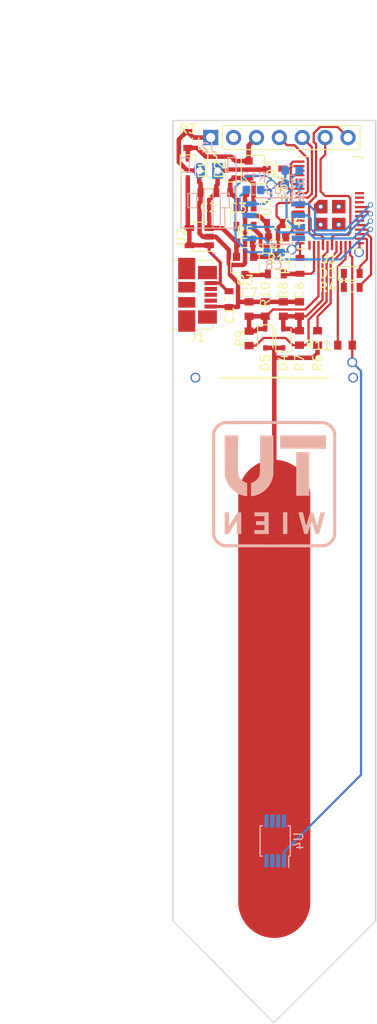
<source format=kicad_pcb>
(kicad_pcb (version 20171130) (host pcbnew 5.0.0-fee4fd1~65~ubuntu16.04.1)

  (general
    (thickness 1.6)
    (drawings 8)
    (tracks 354)
    (zones 0)
    (modules 40)
    (nets 32)
  )

  (page A4)
  (layers
    (0 F.Cu signal)
    (31 B.Cu signal)
    (32 B.Adhes user hide)
    (33 F.Adhes user hide)
    (34 B.Paste user hide)
    (35 F.Paste user hide)
    (36 B.SilkS user)
    (37 F.SilkS user hide)
    (38 B.Mask user hide)
    (39 F.Mask user hide)
    (40 Dwgs.User user hide)
    (41 Cmts.User user)
    (42 Eco1.User user hide)
    (43 Eco2.User user hide)
    (44 Edge.Cuts user)
    (45 Margin user hide)
    (46 B.CrtYd user)
    (47 F.CrtYd user)
    (48 B.Fab user hide)
    (49 F.Fab user hide)
  )

  (setup
    (last_trace_width 0.25)
    (user_trace_width 0.35)
    (user_trace_width 0.5)
    (trace_clearance 0.2)
    (zone_clearance 0.254)
    (zone_45_only yes)
    (trace_min 0.2)
    (segment_width 0.2)
    (edge_width 0.15)
    (via_size 0.6)
    (via_drill 0.4)
    (via_min_size 0.4)
    (via_min_drill 0.3)
    (user_via 1.1 0.8)
    (uvia_size 0.3)
    (uvia_drill 0.1)
    (uvias_allowed no)
    (uvia_min_size 0.2)
    (uvia_min_drill 0.1)
    (pcb_text_width 0.3)
    (pcb_text_size 1.5 1.5)
    (mod_edge_width 0.15)
    (mod_text_size 1 1)
    (mod_text_width 0.15)
    (pad_size 8 8)
    (pad_drill 0)
    (pad_to_mask_clearance 0.2)
    (aux_axis_origin 0 0)
    (visible_elements FFF9FF3F)
    (pcbplotparams
      (layerselection 0x010f0_ffffffff)
      (usegerberextensions true)
      (usegerberattributes false)
      (usegerberadvancedattributes false)
      (creategerberjobfile false)
      (excludeedgelayer true)
      (linewidth 0.100000)
      (plotframeref false)
      (viasonmask false)
      (mode 1)
      (useauxorigin false)
      (hpglpennumber 1)
      (hpglpenspeed 20)
      (hpglpendiameter 15.000000)
      (psnegative false)
      (psa4output false)
      (plotreference false)
      (plotvalue false)
      (plotinvisibletext false)
      (padsonsilk false)
      (subtractmaskfromsilk false)
      (outputformat 1)
      (mirror false)
      (drillshape 0)
      (scaleselection 1)
      (outputdirectory "gerber"))
  )

  (net 0 "")
  (net 1 "Net-(C1-Pad1)")
  (net 2 GND)
  (net 3 +BATT)
  (net 4 "Net-(C3-Pad1)")
  (net 5 VDD)
  (net 6 VBUS)
  (net 7 "Net-(J1-Pad6)")
  (net 8 "Net-(Q1-Pad3)")
  (net 9 /SWDIO/RESET)
  (net 10 /SWDCLK)
  (net 11 /GPIO0)
  (net 12 /GPIO1)
  (net 13 /BATT_V_EN)
  (net 14 /BATT_V)
  (net 15 "Net-(D3-Pad1)")
  (net 16 "Net-(Q3-Pad3)")
  (net 17 /SENSE_LOW)
  (net 18 /SENSE_HIGH)
  (net 19 /LED_1_I)
  (net 20 /SENSE_TRACK)
  (net 21 /LED_1_O)
  (net 22 /EXCITATION)
  (net 23 /SENSE_EN)
  (net 24 /TEMP_EN)
  (net 25 /TEMP_DATA)
  (net 26 "Net-(R12-Pad2)")
  (net 27 "Net-(R13-Pad2)")
  (net 28 /SPI_SS)
  (net 29 /SPI_MISO)
  (net 30 /SPI_MOSI)
  (net 31 /SPI_SCK)

  (net_class Default "This is the default net class."
    (clearance 0.2)
    (trace_width 0.25)
    (via_dia 0.6)
    (via_drill 0.4)
    (uvia_dia 0.3)
    (uvia_drill 0.1)
    (add_net +BATT)
    (add_net /BATT_V)
    (add_net /BATT_V_EN)
    (add_net /EXCITATION)
    (add_net /GPIO0)
    (add_net /GPIO1)
    (add_net /LED_1_I)
    (add_net /LED_1_O)
    (add_net /SENSE_EN)
    (add_net /SENSE_HIGH)
    (add_net /SENSE_LOW)
    (add_net /SENSE_TRACK)
    (add_net /SPI_MISO)
    (add_net /SPI_MOSI)
    (add_net /SPI_SCK)
    (add_net /SPI_SS)
    (add_net /SWDCLK)
    (add_net /SWDIO/RESET)
    (add_net /TEMP_DATA)
    (add_net /TEMP_EN)
    (add_net GND)
    (add_net "Net-(C1-Pad1)")
    (add_net "Net-(C3-Pad1)")
    (add_net "Net-(D3-Pad1)")
    (add_net "Net-(J1-Pad6)")
    (add_net "Net-(Q1-Pad3)")
    (add_net "Net-(Q3-Pad3)")
    (add_net "Net-(R12-Pad2)")
    (add_net "Net-(R13-Pad2)")
    (add_net VBUS)
    (add_net VDD)
  )

  (module SoilMeasuringBoard:c_layout_1 (layer F.Cu) (tedit 5B607951) (tstamp 5B6C8912)
    (at 148.9 102.3)
    (clearance 2)
    (attr smd)
    (fp_text reference C*** (at 0 0) (layer F.SilkS) hide
      (effects (font (size 1.524 1.524) (thickness 0.3)))
    )
    (fp_text value SENSE (at 0.75 0) (layer F.SilkS) hide
      (effects (font (size 1.524 1.524) (thickness 0.3)))
    )
    (pad 1 smd circle (at 0 -22.5) (size 8 8) (layers F.Cu)
      (net 20 /SENSE_TRACK))
    (pad 1 smd rect (at 0 0) (size 8 45) (layers F.Cu)
      (net 20 /SENSE_TRACK))
    (pad 1 smd circle (at 0 22.5) (size 8 8) (layers F.Cu)
      (net 20 /SENSE_TRACK))
  )

  (module Resistor_SMD:R_0603_1608Metric (layer F.Cu) (tedit 5AD61CBE) (tstamp 5AD711E6)
    (at 156.75 63.1 180)
    (descr "Resistor SMD 0603 (1608 Metric), square (rectangular) end terminal, IPC_7351 nominal, (Body size source: http://www.tortai-tech.com/upload/download/2011102023233369053.pdf), generated with kicad-footprint-generator")
    (tags resistor)
    (path /5AD792F6)
    (attr smd)
    (fp_text reference R11 (at 2.95 0 180) (layer F.SilkS)
      (effects (font (size 1 1) (thickness 0.15)))
    )
    (fp_text value 4.7k (at 0 1.45 180) (layer F.Fab)
      (effects (font (size 1 1) (thickness 0.15)))
    )
    (fp_line (start -0.8 0.4) (end -0.8 -0.4) (layer F.Fab) (width 0.1))
    (fp_line (start -0.8 -0.4) (end 0.8 -0.4) (layer F.Fab) (width 0.1))
    (fp_line (start 0.8 -0.4) (end 0.8 0.4) (layer F.Fab) (width 0.1))
    (fp_line (start 0.8 0.4) (end -0.8 0.4) (layer F.Fab) (width 0.1))
    (fp_line (start -1.46 0.75) (end -1.46 -0.75) (layer F.CrtYd) (width 0.05))
    (fp_line (start -1.46 -0.75) (end 1.46 -0.75) (layer F.CrtYd) (width 0.05))
    (fp_line (start 1.46 -0.75) (end 1.46 0.75) (layer F.CrtYd) (width 0.05))
    (fp_line (start 1.46 0.75) (end -1.46 0.75) (layer F.CrtYd) (width 0.05))
    (fp_text user %R (at 0 0 180) (layer F.Fab)
      (effects (font (size 0.4 0.4) (thickness 0.06)))
    )
    (pad 1 smd rect (at -0.8 0 180) (size 0.82 1) (layers F.Cu F.Paste F.Mask)
      (net 25 /TEMP_DATA))
    (pad 2 smd rect (at 0.8 0 180) (size 0.82 1) (layers F.Cu F.Paste F.Mask)
      (net 24 /TEMP_EN))
    (model ${KISYS3DMOD}/Resistor_SMD.3dshapes/R_0603_1608Metric.wrl
      (at (xyz 0 0 0))
      (scale (xyz 1 1 1))
      (rotate (xyz 0 0 0))
    )
  )

  (module Capacitor_SMD:C_0603_1608Metric (layer F.Cu) (tedit 59FE48B8) (tstamp 5A93F54E)
    (at 141.592 46.185 180)
    (descr "Capacitor SMD 0603 (1608 Metric), square (rectangular) end terminal, IPC_7351 nominal, (Body size source: http://www.tortai-tech.com/upload/download/2011102023233369053.pdf), generated with kicad-footprint-generator")
    (tags capacitor)
    (path /5A93E912/59568C39)
    (attr smd)
    (fp_text reference C2 (at -0.008 -1.665 180) (layer F.SilkS)
      (effects (font (size 1 1) (thickness 0.15)))
    )
    (fp_text value 4.7u (at 0 1.65 180) (layer F.Fab)
      (effects (font (size 1 1) (thickness 0.15)))
    )
    (fp_line (start -0.8 0.4) (end -0.8 -0.4) (layer F.Fab) (width 0.1))
    (fp_line (start -0.8 -0.4) (end 0.8 -0.4) (layer F.Fab) (width 0.1))
    (fp_line (start 0.8 -0.4) (end 0.8 0.4) (layer F.Fab) (width 0.1))
    (fp_line (start 0.8 0.4) (end -0.8 0.4) (layer F.Fab) (width 0.1))
    (fp_line (start -0.22 -0.51) (end 0.22 -0.51) (layer F.SilkS) (width 0.12))
    (fp_line (start -0.22 0.51) (end 0.22 0.51) (layer F.SilkS) (width 0.12))
    (fp_line (start -1.46 0.75) (end -1.46 -0.75) (layer F.CrtYd) (width 0.05))
    (fp_line (start -1.46 -0.75) (end 1.46 -0.75) (layer F.CrtYd) (width 0.05))
    (fp_line (start 1.46 -0.75) (end 1.46 0.75) (layer F.CrtYd) (width 0.05))
    (fp_line (start 1.46 0.75) (end -1.46 0.75) (layer F.CrtYd) (width 0.05))
    (fp_text user %R (at 0 0 180) (layer F.Fab)
      (effects (font (size 0.5 0.5) (thickness 0.08)))
    )
    (pad 1 smd rect (at -0.875 0 180) (size 0.67 1) (layers F.Cu F.Paste F.Mask)
      (net 3 +BATT))
    (pad 2 smd rect (at 0.875 0 180) (size 0.67 1) (layers F.Cu F.Paste F.Mask)
      (net 2 GND))
    (model ${KISYS3DMOD}/Capacitor_SMD.3dshapes/C_0603_1608Metric.wrl
      (at (xyz 0 0 0))
      (scale (xyz 1 1 1))
      (rotate (xyz 0 0 0))
    )
  )

  (module Resistor_SMD:R_0603_1608Metric (layer F.Cu) (tedit 59FE48B8) (tstamp 5AB09739)
    (at 139.306 40.357 90)
    (descr "Resistor SMD 0603 (1608 Metric), square (rectangular) end terminal, IPC_7351 nominal, (Body size source: http://www.tortai-tech.com/upload/download/2011102023233369053.pdf), generated with kicad-footprint-generator")
    (tags resistor)
    (path /5A93E912/59D3911A)
    (attr smd)
    (fp_text reference R3 (at 1.207 -0.006 180) (layer F.SilkS)
      (effects (font (size 1 1) (thickness 0.15)))
    )
    (fp_text value 10k (at 0 1.65 90) (layer F.Fab)
      (effects (font (size 1 1) (thickness 0.15)))
    )
    (fp_line (start -0.8 0.4) (end -0.8 -0.4) (layer F.Fab) (width 0.1))
    (fp_line (start -0.8 -0.4) (end 0.8 -0.4) (layer F.Fab) (width 0.1))
    (fp_line (start 0.8 -0.4) (end 0.8 0.4) (layer F.Fab) (width 0.1))
    (fp_line (start 0.8 0.4) (end -0.8 0.4) (layer F.Fab) (width 0.1))
    (fp_line (start -0.22 -0.51) (end 0.22 -0.51) (layer F.SilkS) (width 0.12))
    (fp_line (start -0.22 0.51) (end 0.22 0.51) (layer F.SilkS) (width 0.12))
    (fp_line (start -1.46 0.75) (end -1.46 -0.75) (layer F.CrtYd) (width 0.05))
    (fp_line (start -1.46 -0.75) (end 1.46 -0.75) (layer F.CrtYd) (width 0.05))
    (fp_line (start 1.46 -0.75) (end 1.46 0.75) (layer F.CrtYd) (width 0.05))
    (fp_line (start 1.46 0.75) (end -1.46 0.75) (layer F.CrtYd) (width 0.05))
    (fp_text user %R (at 0 0 90) (layer F.Fab)
      (effects (font (size 0.5 0.5) (thickness 0.08)))
    )
    (pad 1 smd rect (at -0.875 0 90) (size 0.67 1) (layers F.Cu F.Paste F.Mask)
      (net 6 VBUS))
    (pad 2 smd rect (at 0.875 0 90) (size 0.67 1) (layers F.Cu F.Paste F.Mask)
      (net 2 GND))
    (model ${KISYS3DMOD}/Resistor_SMD.3dshapes/R_0603_1608Metric.wrl
      (at (xyz 0 0 0))
      (scale (xyz 1 1 1))
      (rotate (xyz 0 0 0))
    )
  )

  (module Package_TO_SOT_SMD:SOT-23-5 (layer F.Cu) (tedit 5A02FF57) (tstamp 5A93F5E1)
    (at 145.656 48.852 270)
    (descr "5-pin SOT23 package")
    (tags SOT-23-5)
    (path /5A93E912/59D37BBB)
    (attr smd)
    (fp_text reference U3 (at -1.002 -2.394 270) (layer F.SilkS)
      (effects (font (size 1 1) (thickness 0.15)))
    )
    (fp_text value TLV74130 (at 0 2.9 270) (layer F.Fab)
      (effects (font (size 1 1) (thickness 0.15)))
    )
    (fp_text user %R (at 0 0) (layer F.Fab)
      (effects (font (size 0.5 0.5) (thickness 0.075)))
    )
    (fp_line (start -0.9 1.61) (end 0.9 1.61) (layer F.SilkS) (width 0.12))
    (fp_line (start 0.9 -1.61) (end -1.55 -1.61) (layer F.SilkS) (width 0.12))
    (fp_line (start -1.9 -1.8) (end 1.9 -1.8) (layer F.CrtYd) (width 0.05))
    (fp_line (start 1.9 -1.8) (end 1.9 1.8) (layer F.CrtYd) (width 0.05))
    (fp_line (start 1.9 1.8) (end -1.9 1.8) (layer F.CrtYd) (width 0.05))
    (fp_line (start -1.9 1.8) (end -1.9 -1.8) (layer F.CrtYd) (width 0.05))
    (fp_line (start -0.9 -0.9) (end -0.25 -1.55) (layer F.Fab) (width 0.1))
    (fp_line (start 0.9 -1.55) (end -0.25 -1.55) (layer F.Fab) (width 0.1))
    (fp_line (start -0.9 -0.9) (end -0.9 1.55) (layer F.Fab) (width 0.1))
    (fp_line (start 0.9 1.55) (end -0.9 1.55) (layer F.Fab) (width 0.1))
    (fp_line (start 0.9 -1.55) (end 0.9 1.55) (layer F.Fab) (width 0.1))
    (pad 1 smd rect (at -1.1 -0.95 270) (size 1.06 0.65) (layers F.Cu F.Paste F.Mask)
      (net 4 "Net-(C3-Pad1)"))
    (pad 2 smd rect (at -1.1 0 270) (size 1.06 0.65) (layers F.Cu F.Paste F.Mask)
      (net 2 GND))
    (pad 3 smd rect (at -1.1 0.95 270) (size 1.06 0.65) (layers F.Cu F.Paste F.Mask)
      (net 4 "Net-(C3-Pad1)"))
    (pad 4 smd rect (at 1.1 0.95 270) (size 1.06 0.65) (layers F.Cu F.Paste F.Mask))
    (pad 5 smd rect (at 1.1 -0.95 270) (size 1.06 0.65) (layers F.Cu F.Paste F.Mask)
      (net 5 VDD))
    (model ${KISYS3DMOD}/Package_TO_SOT_SMD.3dshapes/SOT-23-5.wrl
      (at (xyz 0 0 0))
      (scale (xyz 1 1 1))
      (rotate (xyz 0 0 0))
    )
  )

  (module Package_TO_SOT_SMD:SOT-23 (layer F.Cu) (tedit 5A02FF57) (tstamp 5A93F582)
    (at 149.212 52.154 270)
    (descr "SOT-23, Standard")
    (tags SOT-23)
    (path /5A93E912/59E4A7A6)
    (attr smd)
    (fp_text reference Q1 (at -0.254 -0.038) (layer F.SilkS)
      (effects (font (size 1 1) (thickness 0.15)))
    )
    (fp_text value Q_NMOS_GSD (at 0 2.5 270) (layer F.Fab)
      (effects (font (size 1 1) (thickness 0.15)))
    )
    (fp_text user %R (at 0 0) (layer F.Fab)
      (effects (font (size 0.5 0.5) (thickness 0.075)))
    )
    (fp_line (start -0.7 -0.95) (end -0.7 1.5) (layer F.Fab) (width 0.1))
    (fp_line (start -0.15 -1.52) (end 0.7 -1.52) (layer F.Fab) (width 0.1))
    (fp_line (start -0.7 -0.95) (end -0.15 -1.52) (layer F.Fab) (width 0.1))
    (fp_line (start 0.7 -1.52) (end 0.7 1.52) (layer F.Fab) (width 0.1))
    (fp_line (start -0.7 1.52) (end 0.7 1.52) (layer F.Fab) (width 0.1))
    (fp_line (start 0.76 1.58) (end 0.76 0.65) (layer F.SilkS) (width 0.12))
    (fp_line (start 0.76 -1.58) (end 0.76 -0.65) (layer F.SilkS) (width 0.12))
    (fp_line (start -1.7 -1.75) (end 1.7 -1.75) (layer F.CrtYd) (width 0.05))
    (fp_line (start 1.7 -1.75) (end 1.7 1.75) (layer F.CrtYd) (width 0.05))
    (fp_line (start 1.7 1.75) (end -1.7 1.75) (layer F.CrtYd) (width 0.05))
    (fp_line (start -1.7 1.75) (end -1.7 -1.75) (layer F.CrtYd) (width 0.05))
    (fp_line (start 0.76 -1.58) (end -1.4 -1.58) (layer F.SilkS) (width 0.12))
    (fp_line (start 0.76 1.58) (end -0.7 1.58) (layer F.SilkS) (width 0.12))
    (pad 1 smd rect (at -1 -0.95 270) (size 0.9 0.8) (layers F.Cu F.Paste F.Mask)
      (net 13 /BATT_V_EN))
    (pad 2 smd rect (at -1 0.95 270) (size 0.9 0.8) (layers F.Cu F.Paste F.Mask)
      (net 2 GND))
    (pad 3 smd rect (at 1 0 270) (size 0.9 0.8) (layers F.Cu F.Paste F.Mask)
      (net 8 "Net-(Q1-Pad3)"))
    (model ${KISYS3DMOD}/Package_TO_SOT_SMD.3dshapes/SOT-23.wrl
      (at (xyz 0 0 0))
      (scale (xyz 1 1 1))
      (rotate (xyz 0 0 0))
    )
  )

  (module Connector_PinHeader_2.54mm:PinHeader_1x07_P2.54mm_Vertical (layer F.Cu) (tedit 59FED5CC) (tstamp 5A9404D2)
    (at 141.846 40.089 90)
    (descr "Through hole straight pin header, 1x07, 2.54mm pitch, single row")
    (tags "Through hole pin header THT 1x07 2.54mm single row")
    (path /5A940680)
    (fp_text reference J3 (at -2.161 0.004 180) (layer F.SilkS)
      (effects (font (size 1 1) (thickness 0.15)))
    )
    (fp_text value Conn_01x07 (at 0 17.57 90) (layer F.Fab)
      (effects (font (size 1 1) (thickness 0.15)))
    )
    (fp_line (start -0.635 -1.27) (end 1.27 -1.27) (layer F.Fab) (width 0.1))
    (fp_line (start 1.27 -1.27) (end 1.27 16.51) (layer F.Fab) (width 0.1))
    (fp_line (start 1.27 16.51) (end -1.27 16.51) (layer F.Fab) (width 0.1))
    (fp_line (start -1.27 16.51) (end -1.27 -0.635) (layer F.Fab) (width 0.1))
    (fp_line (start -1.27 -0.635) (end -0.635 -1.27) (layer F.Fab) (width 0.1))
    (fp_line (start -1.33 16.57) (end 1.33 16.57) (layer F.SilkS) (width 0.12))
    (fp_line (start -1.33 1.27) (end -1.33 16.57) (layer F.SilkS) (width 0.12))
    (fp_line (start 1.33 1.27) (end 1.33 16.57) (layer F.SilkS) (width 0.12))
    (fp_line (start -1.33 1.27) (end 1.33 1.27) (layer F.SilkS) (width 0.12))
    (fp_line (start -1.33 0) (end -1.33 -1.33) (layer F.SilkS) (width 0.12))
    (fp_line (start -1.33 -1.33) (end 0 -1.33) (layer F.SilkS) (width 0.12))
    (fp_line (start -1.8 -1.8) (end -1.8 17.05) (layer F.CrtYd) (width 0.05))
    (fp_line (start -1.8 17.05) (end 1.8 17.05) (layer F.CrtYd) (width 0.05))
    (fp_line (start 1.8 17.05) (end 1.8 -1.8) (layer F.CrtYd) (width 0.05))
    (fp_line (start 1.8 -1.8) (end -1.8 -1.8) (layer F.CrtYd) (width 0.05))
    (fp_text user %R (at 0 7.62 180) (layer F.Fab)
      (effects (font (size 1 1) (thickness 0.15)))
    )
    (pad 1 thru_hole rect (at 0 0 90) (size 1.7 1.7) (drill 1) (layers *.Cu *.Mask)
      (net 2 GND))
    (pad 2 thru_hole oval (at 0 2.54 90) (size 1.7 1.7) (drill 1) (layers *.Cu *.Mask))
    (pad 3 thru_hole oval (at 0 5.08 90) (size 1.7 1.7) (drill 1) (layers *.Cu *.Mask)
      (net 6 VBUS))
    (pad 4 thru_hole oval (at 0 7.62 90) (size 1.7 1.7) (drill 1) (layers *.Cu *.Mask)
      (net 9 /SWDIO/RESET))
    (pad 5 thru_hole oval (at 0 10.16 90) (size 1.7 1.7) (drill 1) (layers *.Cu *.Mask)
      (net 10 /SWDCLK))
    (pad 6 thru_hole oval (at 0 12.7 90) (size 1.7 1.7) (drill 1) (layers *.Cu *.Mask)
      (net 11 /GPIO0))
    (pad 7 thru_hole oval (at 0 15.24 90) (size 1.7 1.7) (drill 1) (layers *.Cu *.Mask)
      (net 12 /GPIO1))
    (model ${KISYS3DMOD}/Connector_PinHeader_2.54mm.3dshapes/PinHeader_1x07_P2.54mm_Vertical.wrl
      (at (xyz 0 0 0))
      (scale (xyz 1 1 1))
      (rotate (xyz 0 0 0))
    )
  )

  (module Capacitor_SMD:C_0603_1608Metric (layer F.Cu) (tedit 59FE48B8) (tstamp 5A93F55A)
    (at 148.958 49.614 180)
    (descr "Capacitor SMD 0603 (1608 Metric), square (rectangular) end terminal, IPC_7351 nominal, (Body size source: http://www.tortai-tech.com/upload/download/2011102023233369053.pdf), generated with kicad-footprint-generator")
    (tags capacitor)
    (path /5A93E912/59568C2B)
    (attr smd)
    (fp_text reference C4 (at -1.992 0.014 180) (layer F.SilkS)
      (effects (font (size 1 1) (thickness 0.15)))
    )
    (fp_text value 1u (at 0 1.65 180) (layer F.Fab)
      (effects (font (size 1 1) (thickness 0.15)))
    )
    (fp_line (start -0.8 0.4) (end -0.8 -0.4) (layer F.Fab) (width 0.1))
    (fp_line (start -0.8 -0.4) (end 0.8 -0.4) (layer F.Fab) (width 0.1))
    (fp_line (start 0.8 -0.4) (end 0.8 0.4) (layer F.Fab) (width 0.1))
    (fp_line (start 0.8 0.4) (end -0.8 0.4) (layer F.Fab) (width 0.1))
    (fp_line (start -0.22 -0.51) (end 0.22 -0.51) (layer F.SilkS) (width 0.12))
    (fp_line (start -0.22 0.51) (end 0.22 0.51) (layer F.SilkS) (width 0.12))
    (fp_line (start -1.46 0.75) (end -1.46 -0.75) (layer F.CrtYd) (width 0.05))
    (fp_line (start -1.46 -0.75) (end 1.46 -0.75) (layer F.CrtYd) (width 0.05))
    (fp_line (start 1.46 -0.75) (end 1.46 0.75) (layer F.CrtYd) (width 0.05))
    (fp_line (start 1.46 0.75) (end -1.46 0.75) (layer F.CrtYd) (width 0.05))
    (fp_text user %R (at 0 0 180) (layer F.Fab)
      (effects (font (size 0.5 0.5) (thickness 0.08)))
    )
    (pad 1 smd rect (at -0.875 0 180) (size 0.67 1) (layers F.Cu F.Paste F.Mask)
      (net 5 VDD))
    (pad 2 smd rect (at 0.875 0 180) (size 0.67 1) (layers F.Cu F.Paste F.Mask)
      (net 2 GND))
    (model ${KISYS3DMOD}/Capacitor_SMD.3dshapes/C_0603_1608Metric.wrl
      (at (xyz 0 0 0))
      (scale (xyz 1 1 1))
      (rotate (xyz 0 0 0))
    )
  )

  (module Capacitor_SMD:C_0603_1608Metric (layer F.Cu) (tedit 59FE48B8) (tstamp 5A93F548)
    (at 143.878 57.996 270)
    (descr "Capacitor SMD 0603 (1608 Metric), square (rectangular) end terminal, IPC_7351 nominal, (Body size source: http://www.tortai-tech.com/upload/download/2011102023233369053.pdf), generated with kicad-footprint-generator")
    (tags capacitor)
    (path /5A93E912/59D379CA)
    (attr smd)
    (fp_text reference C1 (at 1.804 -0.022 270) (layer F.SilkS)
      (effects (font (size 1 1) (thickness 0.15)))
    )
    (fp_text value 4.7u (at 0 1.65 270) (layer F.Fab)
      (effects (font (size 1 1) (thickness 0.15)))
    )
    (fp_line (start -0.8 0.4) (end -0.8 -0.4) (layer F.Fab) (width 0.1))
    (fp_line (start -0.8 -0.4) (end 0.8 -0.4) (layer F.Fab) (width 0.1))
    (fp_line (start 0.8 -0.4) (end 0.8 0.4) (layer F.Fab) (width 0.1))
    (fp_line (start 0.8 0.4) (end -0.8 0.4) (layer F.Fab) (width 0.1))
    (fp_line (start -0.22 -0.51) (end 0.22 -0.51) (layer F.SilkS) (width 0.12))
    (fp_line (start -0.22 0.51) (end 0.22 0.51) (layer F.SilkS) (width 0.12))
    (fp_line (start -1.46 0.75) (end -1.46 -0.75) (layer F.CrtYd) (width 0.05))
    (fp_line (start -1.46 -0.75) (end 1.46 -0.75) (layer F.CrtYd) (width 0.05))
    (fp_line (start 1.46 -0.75) (end 1.46 0.75) (layer F.CrtYd) (width 0.05))
    (fp_line (start 1.46 0.75) (end -1.46 0.75) (layer F.CrtYd) (width 0.05))
    (fp_text user %R (at 0 0 270) (layer F.Fab)
      (effects (font (size 0.5 0.5) (thickness 0.08)))
    )
    (pad 1 smd rect (at -0.875 0 270) (size 0.67 1) (layers F.Cu F.Paste F.Mask)
      (net 1 "Net-(C1-Pad1)"))
    (pad 2 smd rect (at 0.875 0 270) (size 0.67 1) (layers F.Cu F.Paste F.Mask)
      (net 2 GND))
    (model ${KISYS3DMOD}/Capacitor_SMD.3dshapes/C_0603_1608Metric.wrl
      (at (xyz 0 0 0))
      (scale (xyz 1 1 1))
      (rotate (xyz 0 0 0))
    )
  )

  (module Capacitor_SMD:C_0603_1608Metric (layer F.Cu) (tedit 59FE48B8) (tstamp 5AE2B6A9)
    (at 144.894 46.185)
    (descr "Capacitor SMD 0603 (1608 Metric), square (rectangular) end terminal, IPC_7351 nominal, (Body size source: http://www.tortai-tech.com/upload/download/2011102023233369053.pdf), generated with kicad-footprint-generator")
    (tags capacitor)
    (path /5A93E912/59568C2A)
    (attr smd)
    (fp_text reference C3 (at 0.006 1.715) (layer F.SilkS)
      (effects (font (size 1 1) (thickness 0.15)))
    )
    (fp_text value 1u (at 0 1.65) (layer F.Fab)
      (effects (font (size 1 1) (thickness 0.15)))
    )
    (fp_line (start -0.8 0.4) (end -0.8 -0.4) (layer F.Fab) (width 0.1))
    (fp_line (start -0.8 -0.4) (end 0.8 -0.4) (layer F.Fab) (width 0.1))
    (fp_line (start 0.8 -0.4) (end 0.8 0.4) (layer F.Fab) (width 0.1))
    (fp_line (start 0.8 0.4) (end -0.8 0.4) (layer F.Fab) (width 0.1))
    (fp_line (start -0.22 -0.51) (end 0.22 -0.51) (layer F.SilkS) (width 0.12))
    (fp_line (start -0.22 0.51) (end 0.22 0.51) (layer F.SilkS) (width 0.12))
    (fp_line (start -1.46 0.75) (end -1.46 -0.75) (layer F.CrtYd) (width 0.05))
    (fp_line (start -1.46 -0.75) (end 1.46 -0.75) (layer F.CrtYd) (width 0.05))
    (fp_line (start 1.46 -0.75) (end 1.46 0.75) (layer F.CrtYd) (width 0.05))
    (fp_line (start 1.46 0.75) (end -1.46 0.75) (layer F.CrtYd) (width 0.05))
    (fp_text user %R (at 0 0) (layer F.Fab)
      (effects (font (size 0.5 0.5) (thickness 0.08)))
    )
    (pad 1 smd rect (at -0.875 0) (size 0.67 1) (layers F.Cu F.Paste F.Mask)
      (net 4 "Net-(C3-Pad1)"))
    (pad 2 smd rect (at 0.875 0) (size 0.67 1) (layers F.Cu F.Paste F.Mask)
      (net 2 GND))
    (model ${KISYS3DMOD}/Capacitor_SMD.3dshapes/C_0603_1608Metric.wrl
      (at (xyz 0 0 0))
      (scale (xyz 1 1 1))
      (rotate (xyz 0 0 0))
    )
  )

  (module Diode_SMD:D_SOD-323 (layer F.Cu) (tedit 58641739) (tstamp 5AE2B7E8)
    (at 139.306 43.518 270)
    (descr SOD-323)
    (tags SOD-323)
    (path /5A93E912/5A8FF863)
    (attr smd)
    (fp_text reference D1 (at 0.132 -1.694 270) (layer F.SilkS)
      (effects (font (size 1 1) (thickness 0.15)))
    )
    (fp_text value BAT20J (at 0.1 1.9 270) (layer F.Fab)
      (effects (font (size 1 1) (thickness 0.15)))
    )
    (fp_text user %R (at 0 -1.85 270) (layer F.Fab)
      (effects (font (size 1 1) (thickness 0.15)))
    )
    (fp_line (start -1.5 -0.85) (end -1.5 0.85) (layer F.SilkS) (width 0.12))
    (fp_line (start 0.2 0) (end 0.45 0) (layer F.Fab) (width 0.1))
    (fp_line (start 0.2 0.35) (end -0.3 0) (layer F.Fab) (width 0.1))
    (fp_line (start 0.2 -0.35) (end 0.2 0.35) (layer F.Fab) (width 0.1))
    (fp_line (start -0.3 0) (end 0.2 -0.35) (layer F.Fab) (width 0.1))
    (fp_line (start -0.3 0) (end -0.5 0) (layer F.Fab) (width 0.1))
    (fp_line (start -0.3 -0.35) (end -0.3 0.35) (layer F.Fab) (width 0.1))
    (fp_line (start -0.9 0.7) (end -0.9 -0.7) (layer F.Fab) (width 0.1))
    (fp_line (start 0.9 0.7) (end -0.9 0.7) (layer F.Fab) (width 0.1))
    (fp_line (start 0.9 -0.7) (end 0.9 0.7) (layer F.Fab) (width 0.1))
    (fp_line (start -0.9 -0.7) (end 0.9 -0.7) (layer F.Fab) (width 0.1))
    (fp_line (start -1.6 -0.95) (end 1.6 -0.95) (layer F.CrtYd) (width 0.05))
    (fp_line (start 1.6 -0.95) (end 1.6 0.95) (layer F.CrtYd) (width 0.05))
    (fp_line (start -1.6 0.95) (end 1.6 0.95) (layer F.CrtYd) (width 0.05))
    (fp_line (start -1.6 -0.95) (end -1.6 0.95) (layer F.CrtYd) (width 0.05))
    (fp_line (start -1.5 0.85) (end 1.05 0.85) (layer F.SilkS) (width 0.12))
    (fp_line (start -1.5 -0.85) (end 1.05 -0.85) (layer F.SilkS) (width 0.12))
    (pad 1 smd rect (at -1.05 0 270) (size 0.6 0.45) (layers F.Cu F.Paste F.Mask)
      (net 6 VBUS))
    (pad 2 smd rect (at 1.05 0 270) (size 0.6 0.45) (layers F.Cu F.Paste F.Mask)
      (net 1 "Net-(C1-Pad1)"))
    (model ${KISYS3DMOD}/Diode_SMD.3dshapes/D_SOD-323.wrl
      (at (xyz 0 0 0))
      (scale (xyz 1 1 1))
      (rotate (xyz 0 0 0))
    )
  )

  (module Diode_SMD:D_SOD-323 (layer F.Cu) (tedit 58641739) (tstamp 5AE2B5C0)
    (at 144.386 43.518 90)
    (descr SOD-323)
    (tags SOD-323)
    (path /5A93E912/59D3921A)
    (attr smd)
    (fp_text reference D2 (at -0.132 -1.586 90) (layer F.SilkS)
      (effects (font (size 1 1) (thickness 0.15)))
    )
    (fp_text value BAT20J (at 0.1 1.9 90) (layer F.Fab)
      (effects (font (size 1 1) (thickness 0.15)))
    )
    (fp_text user %R (at 0 -1.85 90) (layer F.Fab)
      (effects (font (size 1 1) (thickness 0.15)))
    )
    (fp_line (start -1.5 -0.85) (end -1.5 0.85) (layer F.SilkS) (width 0.12))
    (fp_line (start 0.2 0) (end 0.45 0) (layer F.Fab) (width 0.1))
    (fp_line (start 0.2 0.35) (end -0.3 0) (layer F.Fab) (width 0.1))
    (fp_line (start 0.2 -0.35) (end 0.2 0.35) (layer F.Fab) (width 0.1))
    (fp_line (start -0.3 0) (end 0.2 -0.35) (layer F.Fab) (width 0.1))
    (fp_line (start -0.3 0) (end -0.5 0) (layer F.Fab) (width 0.1))
    (fp_line (start -0.3 -0.35) (end -0.3 0.35) (layer F.Fab) (width 0.1))
    (fp_line (start -0.9 0.7) (end -0.9 -0.7) (layer F.Fab) (width 0.1))
    (fp_line (start 0.9 0.7) (end -0.9 0.7) (layer F.Fab) (width 0.1))
    (fp_line (start 0.9 -0.7) (end 0.9 0.7) (layer F.Fab) (width 0.1))
    (fp_line (start -0.9 -0.7) (end 0.9 -0.7) (layer F.Fab) (width 0.1))
    (fp_line (start -1.6 -0.95) (end 1.6 -0.95) (layer F.CrtYd) (width 0.05))
    (fp_line (start 1.6 -0.95) (end 1.6 0.95) (layer F.CrtYd) (width 0.05))
    (fp_line (start -1.6 0.95) (end 1.6 0.95) (layer F.CrtYd) (width 0.05))
    (fp_line (start -1.6 -0.95) (end -1.6 0.95) (layer F.CrtYd) (width 0.05))
    (fp_line (start -1.5 0.85) (end 1.05 0.85) (layer F.SilkS) (width 0.12))
    (fp_line (start -1.5 -0.85) (end 1.05 -0.85) (layer F.SilkS) (width 0.12))
    (pad 1 smd rect (at -1.05 0 90) (size 0.6 0.45) (layers F.Cu F.Paste F.Mask)
      (net 4 "Net-(C3-Pad1)"))
    (pad 2 smd rect (at 1.05 0 90) (size 0.6 0.45) (layers F.Cu F.Paste F.Mask)
      (net 6 VBUS))
    (model ${KISYS3DMOD}/Diode_SMD.3dshapes/D_SOD-323.wrl
      (at (xyz 0 0 0))
      (scale (xyz 1 1 1))
      (rotate (xyz 0 0 0))
    )
  )

  (module Connector_USB:USB_Micro-B_Molex_47346-0001 (layer F.Cu) (tedit 5A1DC0BD) (tstamp 5A93F575)
    (at 140.386 57.518 270)
    (descr "Micro USB B receptable with flange, bottom-mount, SMD, right-angle (http://www.molex.com/pdm_docs/sd/473460001_sd.pdf)")
    (tags "Micro B USB SMD")
    (path /5A93E912/5A93F156)
    (attr smd)
    (fp_text reference J1 (at 4.682 -0.014 180) (layer F.SilkS)
      (effects (font (size 1 1) (thickness 0.15)))
    )
    (fp_text value USB_B_Micro (at 0 4.6 90) (layer F.Fab)
      (effects (font (size 1 1) (thickness 0.15)))
    )
    (fp_text user "PCB Edge" (at 0 2.67 90) (layer Dwgs.User)
      (effects (font (size 0.4 0.4) (thickness 0.04)))
    )
    (fp_text user %R (at 0 1.2 270) (layer F.Fab)
      (effects (font (size 1 1) (thickness 0.15)))
    )
    (fp_line (start 3.81 -1.71) (end 3.43 -1.71) (layer F.SilkS) (width 0.12))
    (fp_line (start 4.6 3.9) (end -4.6 3.9) (layer F.CrtYd) (width 0.05))
    (fp_line (start 4.6 -2.7) (end 4.6 3.9) (layer F.CrtYd) (width 0.05))
    (fp_line (start -4.6 -2.7) (end 4.6 -2.7) (layer F.CrtYd) (width 0.05))
    (fp_line (start -4.6 3.9) (end -4.6 -2.7) (layer F.CrtYd) (width 0.05))
    (fp_line (start 3.75 3.35) (end -3.75 3.35) (layer F.Fab) (width 0.1))
    (fp_line (start 3.75 -1.65) (end 3.75 3.35) (layer F.Fab) (width 0.1))
    (fp_line (start -3.75 -1.65) (end 3.75 -1.65) (layer F.Fab) (width 0.1))
    (fp_line (start -3.75 3.35) (end -3.75 -1.65) (layer F.Fab) (width 0.1))
    (fp_line (start 3.81 2.34) (end 3.81 2.6) (layer F.SilkS) (width 0.12))
    (fp_line (start 3.81 -1.71) (end 3.81 0.06) (layer F.SilkS) (width 0.12))
    (fp_line (start -3.81 -1.71) (end -3.43 -1.71) (layer F.SilkS) (width 0.12))
    (fp_line (start -3.81 0.06) (end -3.81 -1.71) (layer F.SilkS) (width 0.12))
    (fp_line (start -3.81 2.6) (end -3.81 2.34) (layer F.SilkS) (width 0.12))
    (fp_line (start -3.25 2.65) (end 3.25 2.65) (layer F.Fab) (width 0.1))
    (pad 1 smd rect (at -1.3 -1.46 270) (size 0.45 1.38) (layers F.Cu F.Paste F.Mask)
      (net 1 "Net-(C1-Pad1)"))
    (pad 2 smd rect (at -0.65 -1.46 270) (size 0.45 1.38) (layers F.Cu F.Paste F.Mask))
    (pad 3 smd rect (at 0 -1.46 270) (size 0.45 1.38) (layers F.Cu F.Paste F.Mask))
    (pad 4 smd rect (at 0.65 -1.46 270) (size 0.45 1.38) (layers F.Cu F.Paste F.Mask))
    (pad 5 smd rect (at 1.3 -1.46 270) (size 0.45 1.38) (layers F.Cu F.Paste F.Mask)
      (net 2 GND))
    (pad 6 smd rect (at -2.4625 -1.1 270) (size 1.475 2.1) (layers F.Cu F.Paste F.Mask)
      (net 7 "Net-(J1-Pad6)"))
    (pad 6 smd rect (at 2.4625 -1.1 270) (size 1.475 2.1) (layers F.Cu F.Paste F.Mask)
      (net 7 "Net-(J1-Pad6)"))
    (pad 6 smd rect (at -2.91 1.2 270) (size 2.375 1.9) (layers F.Cu F.Paste F.Mask)
      (net 7 "Net-(J1-Pad6)"))
    (pad 6 smd rect (at 2.91 1.2 270) (size 2.375 1.9) (layers F.Cu F.Paste F.Mask)
      (net 7 "Net-(J1-Pad6)"))
    (pad 6 smd rect (at -0.84 1.2 270) (size 1.175 1.9) (layers F.Cu F.Paste F.Mask)
      (net 7 "Net-(J1-Pad6)"))
    (pad 6 smd rect (at 0.84 1.2 270) (size 1.175 1.9) (layers F.Cu F.Paste F.Mask)
      (net 7 "Net-(J1-Pad6)"))
    (model ${KISYS3DMOD}/Connector_USB.3dshapes/USB_Micro-B_Molex_47346-0001.wrl
      (at (xyz 0 0 0))
      (scale (xyz 1 1 1))
      (rotate (xyz 0 0 0))
    )
  )

  (module Connector_JST:JST_PH_S2B-PH-K_1x02_P2.00mm_Horizontal (layer B.Cu) (tedit 5A0EDEC2) (tstamp 5AB08305)
    (at 142.608 43.772 180)
    (descr "JST PH series connector, S2B-PH-K (http://www.jst-mfg.com/product/pdf/eng/ePH.pdf), generated with kicad-footprint-generator")
    (tags "connector JST PH top entry")
    (path /5A93E912/59568744)
    (fp_text reference J2 (at 1 2.55 180) (layer B.SilkS)
      (effects (font (size 1 1) (thickness 0.15)) (justify mirror))
    )
    (fp_text value BATT_CONN (at 1 -7.45 180) (layer B.Fab)
      (effects (font (size 1 1) (thickness 0.15)) (justify mirror))
    )
    (fp_line (start -0.86 -0.14) (end -1.14 -0.14) (layer B.SilkS) (width 0.12))
    (fp_line (start -1.14 -0.14) (end -1.14 1.46) (layer B.SilkS) (width 0.12))
    (fp_line (start -1.14 1.46) (end -2.06 1.46) (layer B.SilkS) (width 0.12))
    (fp_line (start -2.06 1.46) (end -2.06 -6.36) (layer B.SilkS) (width 0.12))
    (fp_line (start -2.06 -6.36) (end 4.06 -6.36) (layer B.SilkS) (width 0.12))
    (fp_line (start 4.06 -6.36) (end 4.06 1.46) (layer B.SilkS) (width 0.12))
    (fp_line (start 4.06 1.46) (end 3.14 1.46) (layer B.SilkS) (width 0.12))
    (fp_line (start 3.14 1.46) (end 3.14 -0.14) (layer B.SilkS) (width 0.12))
    (fp_line (start 3.14 -0.14) (end 2.86 -0.14) (layer B.SilkS) (width 0.12))
    (fp_line (start 0.5 -6.36) (end 0.5 -2) (layer B.SilkS) (width 0.12))
    (fp_line (start 0.5 -2) (end 1.5 -2) (layer B.SilkS) (width 0.12))
    (fp_line (start 1.5 -2) (end 1.5 -6.36) (layer B.SilkS) (width 0.12))
    (fp_line (start -2.06 -0.14) (end -1.14 -0.14) (layer B.SilkS) (width 0.12))
    (fp_line (start 4.06 -0.14) (end 3.14 -0.14) (layer B.SilkS) (width 0.12))
    (fp_line (start -1.3 -2.5) (end -1.3 -4.1) (layer B.SilkS) (width 0.12))
    (fp_line (start -1.3 -4.1) (end -0.3 -4.1) (layer B.SilkS) (width 0.12))
    (fp_line (start -0.3 -4.1) (end -0.3 -2.5) (layer B.SilkS) (width 0.12))
    (fp_line (start -0.3 -2.5) (end -1.3 -2.5) (layer B.SilkS) (width 0.12))
    (fp_line (start 3.3 -2.5) (end 3.3 -4.1) (layer B.SilkS) (width 0.12))
    (fp_line (start 3.3 -4.1) (end 2.3 -4.1) (layer B.SilkS) (width 0.12))
    (fp_line (start 2.3 -4.1) (end 2.3 -2.5) (layer B.SilkS) (width 0.12))
    (fp_line (start 2.3 -2.5) (end 3.3 -2.5) (layer B.SilkS) (width 0.12))
    (fp_line (start -0.3 -4.1) (end -0.3 -6.36) (layer B.SilkS) (width 0.12))
    (fp_line (start -0.8 -4.1) (end -0.8 -6.36) (layer B.SilkS) (width 0.12))
    (fp_line (start -2.45 1.85) (end -2.45 -6.75) (layer B.CrtYd) (width 0.05))
    (fp_line (start -2.45 -6.75) (end 4.45 -6.75) (layer B.CrtYd) (width 0.05))
    (fp_line (start 4.45 -6.75) (end 4.45 1.85) (layer B.CrtYd) (width 0.05))
    (fp_line (start 4.45 1.85) (end -2.45 1.85) (layer B.CrtYd) (width 0.05))
    (fp_line (start -1.25 -0.25) (end -1.25 1.35) (layer B.Fab) (width 0.1))
    (fp_line (start -1.25 1.35) (end -1.95 1.35) (layer B.Fab) (width 0.1))
    (fp_line (start -1.95 1.35) (end -1.95 -6.25) (layer B.Fab) (width 0.1))
    (fp_line (start -1.95 -6.25) (end 3.95 -6.25) (layer B.Fab) (width 0.1))
    (fp_line (start 3.95 -6.25) (end 3.95 1.35) (layer B.Fab) (width 0.1))
    (fp_line (start 3.95 1.35) (end 3.25 1.35) (layer B.Fab) (width 0.1))
    (fp_line (start 3.25 1.35) (end 3.25 -0.25) (layer B.Fab) (width 0.1))
    (fp_line (start 3.25 -0.25) (end -1.25 -0.25) (layer B.Fab) (width 0.1))
    (fp_line (start -0.86 -0.14) (end -0.86 1.075) (layer B.SilkS) (width 0.12))
    (fp_line (start 0 -0.875) (end -0.5 -1.375) (layer B.Fab) (width 0.1))
    (fp_line (start -0.5 -1.375) (end 0.5 -1.375) (layer B.Fab) (width 0.1))
    (fp_line (start 0.5 -1.375) (end 0 -0.875) (layer B.Fab) (width 0.1))
    (fp_text user %R (at 1 -2.5 180) (layer B.Fab)
      (effects (font (size 1 1) (thickness 0.15)) (justify mirror))
    )
    (pad 1 thru_hole rect (at 0 0 180) (size 1.2 1.75) (drill 0.75) (layers *.Cu *.Mask)
      (net 3 +BATT))
    (pad 2 thru_hole oval (at 2 0 180) (size 1.2 1.75) (drill 0.75) (layers *.Cu *.Mask)
      (net 2 GND))
    (model ${KISYS3DMOD}/Connector_JST.3dshapes/JST_PH_S2B-PH-K_1x02_P2.00mm_Horizontal.wrl
      (at (xyz 0 0 0))
      (scale (xyz 1 1 1))
      (rotate (xyz 0 0 0))
    )
  )

  (module Package_TO_SOT_SMD:SOT-23 (layer F.Cu) (tedit 5A02FF57) (tstamp 5A93F589)
    (at 147.053 43.645)
    (descr "SOT-23, Standard")
    (tags SOT-23)
    (path /5A93E912/59E4A654)
    (attr smd)
    (fp_text reference Q2 (at 1.547 -0.045 90) (layer F.SilkS)
      (effects (font (size 1 1) (thickness 0.15)))
    )
    (fp_text value DMP3099L-13 (at 0 2.5) (layer F.Fab)
      (effects (font (size 1 1) (thickness 0.15)))
    )
    (fp_text user %R (at 0 0 90) (layer F.Fab)
      (effects (font (size 0.5 0.5) (thickness 0.075)))
    )
    (fp_line (start -0.7 -0.95) (end -0.7 1.5) (layer F.Fab) (width 0.1))
    (fp_line (start -0.15 -1.52) (end 0.7 -1.52) (layer F.Fab) (width 0.1))
    (fp_line (start -0.7 -0.95) (end -0.15 -1.52) (layer F.Fab) (width 0.1))
    (fp_line (start 0.7 -1.52) (end 0.7 1.52) (layer F.Fab) (width 0.1))
    (fp_line (start -0.7 1.52) (end 0.7 1.52) (layer F.Fab) (width 0.1))
    (fp_line (start 0.76 1.58) (end 0.76 0.65) (layer F.SilkS) (width 0.12))
    (fp_line (start 0.76 -1.58) (end 0.76 -0.65) (layer F.SilkS) (width 0.12))
    (fp_line (start -1.7 -1.75) (end 1.7 -1.75) (layer F.CrtYd) (width 0.05))
    (fp_line (start 1.7 -1.75) (end 1.7 1.75) (layer F.CrtYd) (width 0.05))
    (fp_line (start 1.7 1.75) (end -1.7 1.75) (layer F.CrtYd) (width 0.05))
    (fp_line (start -1.7 1.75) (end -1.7 -1.75) (layer F.CrtYd) (width 0.05))
    (fp_line (start 0.76 -1.58) (end -1.4 -1.58) (layer F.SilkS) (width 0.12))
    (fp_line (start 0.76 1.58) (end -0.7 1.58) (layer F.SilkS) (width 0.12))
    (pad 1 smd rect (at -1 -0.95) (size 0.9 0.8) (layers F.Cu F.Paste F.Mask)
      (net 6 VBUS))
    (pad 2 smd rect (at -1 0.95) (size 0.9 0.8) (layers F.Cu F.Paste F.Mask)
      (net 4 "Net-(C3-Pad1)"))
    (pad 3 smd rect (at 1 0) (size 0.9 0.8) (layers F.Cu F.Paste F.Mask)
      (net 3 +BATT))
    (model ${KISYS3DMOD}/Package_TO_SOT_SMD.3dshapes/SOT-23.wrl
      (at (xyz 0 0 0))
      (scale (xyz 1 1 1))
      (rotate (xyz 0 0 0))
    )
  )

  (module Resistor_SMD:R_0603_1608Metric (layer F.Cu) (tedit 59FE48B8) (tstamp 5A93F58F)
    (at 149.071 55.202)
    (descr "Resistor SMD 0603 (1608 Metric), square (rectangular) end terminal, IPC_7351 nominal, (Body size source: http://www.tortai-tech.com/upload/download/2011102023233369053.pdf), generated with kicad-footprint-generator")
    (tags resistor)
    (path /5A93E912/59D3966F)
    (attr smd)
    (fp_text reference R1 (at 0 -1.65) (layer F.SilkS)
      (effects (font (size 1 1) (thickness 0.15)))
    )
    (fp_text value 3.1k (at 0 1.65) (layer F.Fab)
      (effects (font (size 1 1) (thickness 0.15)))
    )
    (fp_line (start -0.8 0.4) (end -0.8 -0.4) (layer F.Fab) (width 0.1))
    (fp_line (start -0.8 -0.4) (end 0.8 -0.4) (layer F.Fab) (width 0.1))
    (fp_line (start 0.8 -0.4) (end 0.8 0.4) (layer F.Fab) (width 0.1))
    (fp_line (start 0.8 0.4) (end -0.8 0.4) (layer F.Fab) (width 0.1))
    (fp_line (start -0.22 -0.51) (end 0.22 -0.51) (layer F.SilkS) (width 0.12))
    (fp_line (start -0.22 0.51) (end 0.22 0.51) (layer F.SilkS) (width 0.12))
    (fp_line (start -1.46 0.75) (end -1.46 -0.75) (layer F.CrtYd) (width 0.05))
    (fp_line (start -1.46 -0.75) (end 1.46 -0.75) (layer F.CrtYd) (width 0.05))
    (fp_line (start 1.46 -0.75) (end 1.46 0.75) (layer F.CrtYd) (width 0.05))
    (fp_line (start 1.46 0.75) (end -1.46 0.75) (layer F.CrtYd) (width 0.05))
    (fp_text user %R (at 0 0) (layer F.Fab)
      (effects (font (size 0.5 0.5) (thickness 0.08)))
    )
    (pad 1 smd rect (at -0.875 0) (size 0.67 1) (layers F.Cu F.Paste F.Mask)
      (net 16 "Net-(Q3-Pad3)"))
    (pad 2 smd rect (at 0.875 0) (size 0.67 1) (layers F.Cu F.Paste F.Mask)
      (net 14 /BATT_V))
    (model ${KISYS3DMOD}/Resistor_SMD.3dshapes/R_0603_1608Metric.wrl
      (at (xyz 0 0 0))
      (scale (xyz 1 1 1))
      (rotate (xyz 0 0 0))
    )
  )

  (module Resistor_SMD:R_0603_1608Metric (layer F.Cu) (tedit 59FE48B8) (tstamp 5A93F595)
    (at 151.752 54.313 90)
    (descr "Resistor SMD 0603 (1608 Metric), square (rectangular) end terminal, IPC_7351 nominal, (Body size source: http://www.tortai-tech.com/upload/download/2011102023233369053.pdf), generated with kicad-footprint-generator")
    (tags resistor)
    (path /5A93E912/59D396AB)
    (attr smd)
    (fp_text reference R2 (at 0 -1.65 90) (layer F.SilkS)
      (effects (font (size 1 1) (thickness 0.15)))
    )
    (fp_text value 8.2k (at 0 1.65 90) (layer F.Fab)
      (effects (font (size 1 1) (thickness 0.15)))
    )
    (fp_line (start -0.8 0.4) (end -0.8 -0.4) (layer F.Fab) (width 0.1))
    (fp_line (start -0.8 -0.4) (end 0.8 -0.4) (layer F.Fab) (width 0.1))
    (fp_line (start 0.8 -0.4) (end 0.8 0.4) (layer F.Fab) (width 0.1))
    (fp_line (start 0.8 0.4) (end -0.8 0.4) (layer F.Fab) (width 0.1))
    (fp_line (start -0.22 -0.51) (end 0.22 -0.51) (layer F.SilkS) (width 0.12))
    (fp_line (start -0.22 0.51) (end 0.22 0.51) (layer F.SilkS) (width 0.12))
    (fp_line (start -1.46 0.75) (end -1.46 -0.75) (layer F.CrtYd) (width 0.05))
    (fp_line (start -1.46 -0.75) (end 1.46 -0.75) (layer F.CrtYd) (width 0.05))
    (fp_line (start 1.46 -0.75) (end 1.46 0.75) (layer F.CrtYd) (width 0.05))
    (fp_line (start 1.46 0.75) (end -1.46 0.75) (layer F.CrtYd) (width 0.05))
    (fp_text user %R (at 0 0 90) (layer F.Fab)
      (effects (font (size 0.5 0.5) (thickness 0.08)))
    )
    (pad 1 smd rect (at -0.875 0 90) (size 0.67 1) (layers F.Cu F.Paste F.Mask)
      (net 14 /BATT_V))
    (pad 2 smd rect (at 0.875 0 90) (size 0.67 1) (layers F.Cu F.Paste F.Mask)
      (net 2 GND))
    (model ${KISYS3DMOD}/Resistor_SMD.3dshapes/R_0603_1608Metric.wrl
      (at (xyz 0 0 0))
      (scale (xyz 1 1 1))
      (rotate (xyz 0 0 0))
    )
  )

  (module RF_Module:RFDigital_RFD77101 (layer F.Cu) (tedit 5AD70939) (tstamp 5A93F5CF)
    (at 155.054 47.328)
    (descr "RFDigital RFD77101 Simblee")
    (tags "RFDigital RFD77101 Simblee")
    (path /5A93FA36)
    (attr smd)
    (fp_text reference U1 (at -0.154 6.222) (layer F.SilkS)
      (effects (font (size 1 1) (thickness 0.15)))
    )
    (fp_text value RFD77101 (at 0 6.25) (layer F.Fab)
      (effects (font (size 1 1) (thickness 0.15)))
    )
    (fp_line (start -2.75 -5) (end -3.5 -4.25) (layer F.Fab) (width 0.1))
    (fp_line (start 4.06 -5.42) (end -4.06 -5.42) (layer F.CrtYd) (width 0.05))
    (fp_line (start -4.06 -5.42) (end -4.06 5.47) (layer F.CrtYd) (width 0.05))
    (fp_line (start -4.06 5.47) (end 4.06 5.47) (layer F.CrtYd) (width 0.05))
    (fp_line (start 4.06 5.47) (end 4.06 -5.42) (layer F.CrtYd) (width 0.05))
    (fp_line (start 3.61 -4.75) (end 3.61 -5.11) (layer F.SilkS) (width 0.12))
    (fp_line (start 3.61 -5.11) (end 2.5 -5.11) (layer F.SilkS) (width 0.12))
    (fp_line (start -3.61 -5.11) (end -2.5 -5.11) (layer F.SilkS) (width 0.12))
    (fp_line (start 3.61 4.75) (end 3.61 5.11) (layer F.SilkS) (width 0.12))
    (fp_line (start 3.61 5.11) (end 2.5 5.11) (layer F.SilkS) (width 0.12))
    (fp_line (start -3.61 4.75) (end -3.61 5.11) (layer F.SilkS) (width 0.12))
    (fp_line (start -3.61 5.11) (end -2.5 5.11) (layer F.SilkS) (width 0.12))
    (fp_text user %R (at 0 0) (layer F.Fab)
      (effects (font (size 1.6 1.6) (thickness 0.16)))
    )
    (fp_line (start 3.5 -5) (end -2.75 -5) (layer F.Fab) (width 0.1))
    (fp_line (start -3.5 -4.25) (end -3.5 5) (layer F.Fab) (width 0.1))
    (fp_line (start -3.5 5) (end 3.5 5) (layer F.Fab) (width 0.1))
    (fp_line (start 3.5 5) (end 3.5 -5) (layer F.Fab) (width 0.1))
    (pad 42 smd rect (at -1.2525 0.1675 45) (size 0.7144 0.7144) (layers F.Cu F.Paste F.Mask)
      (net 2 GND))
    (pad 42 smd rect (at -1.2525 0.6725) (size 1.01 1.01) (layers F.Cu F.Paste F.Mask)
      (net 2 GND))
    (pad 42 smd rect (at -0.7475 0.6725) (size 1.01 1.01) (layers F.Cu F.Paste F.Mask)
      (net 2 GND))
    (pad 20 smd rect (at -2.25 4.72 90) (size 1 0.254) (layers F.Cu F.Paste F.Mask))
    (pad 22 smd rect (at -1.25 4.72 90) (size 1 0.254) (layers F.Cu F.Paste F.Mask)
      (net 18 /SENSE_HIGH))
    (pad 21 smd rect (at -1.75 4.72 90) (size 1 0.254) (layers F.Cu F.Paste F.Mask)
      (net 14 /BATT_V))
    (pad 23 smd rect (at -0.75 4.72 90) (size 1 0.254) (layers F.Cu F.Paste F.Mask)
      (net 12 /GPIO1))
    (pad 24 smd rect (at -0.25 4.72 90) (size 1 0.254) (layers F.Cu F.Paste F.Mask)
      (net 17 /SENSE_LOW))
    (pad 25 smd rect (at 0.25 4.72 90) (size 1 0.254) (layers F.Cu F.Paste F.Mask)
      (net 11 /GPIO0))
    (pad 26 smd rect (at 0.75 4.72 90) (size 1 0.254) (layers F.Cu F.Paste F.Mask)
      (net 23 /SENSE_EN))
    (pad 27 smd rect (at 1.25 4.72 90) (size 1 0.254) (layers F.Cu F.Paste F.Mask)
      (net 22 /EXCITATION))
    (pad 28 smd rect (at 1.75 4.72 90) (size 1 0.254) (layers F.Cu F.Paste F.Mask)
      (net 24 /TEMP_EN))
    (pad 29 smd rect (at 2.25 4.72 90) (size 1 0.254) (layers F.Cu F.Paste F.Mask)
      (net 25 /TEMP_DATA))
    (pad 31 smd rect (at 3.305 3.97) (size 1 0.254) (layers F.Cu F.Paste F.Mask)
      (net 19 /LED_1_I))
    (pad 41 smd rect (at 3.305 -1.07) (size 1 0.254) (layers F.Cu F.Paste F.Mask))
    (pad 40 smd rect (at 3.305 -0.57) (size 1 0.254) (layers F.Cu F.Paste F.Mask))
    (pad 39 smd rect (at 3.305 -0.07) (size 1 0.254) (layers F.Cu F.Paste F.Mask))
    (pad 38 smd rect (at 3.305 0.47) (size 1 0.254) (layers F.Cu F.Paste F.Mask)
      (net 28 /SPI_SS))
    (pad 37 smd rect (at 3.305 0.97) (size 1 0.254) (layers F.Cu F.Paste F.Mask)
      (net 29 /SPI_MISO))
    (pad 36 smd rect (at 3.305 1.47) (size 1 0.254) (layers F.Cu F.Paste F.Mask))
    (pad 35 smd rect (at 3.305 1.97) (size 1 0.254) (layers F.Cu F.Paste F.Mask))
    (pad 34 smd rect (at 3.305 2.47) (size 1 0.254) (layers F.Cu F.Paste F.Mask)
      (net 31 /SPI_SCK))
    (pad 33 smd rect (at 3.305 2.97) (size 1 0.254) (layers F.Cu F.Paste F.Mask)
      (net 30 /SPI_MOSI))
    (pad 32 smd rect (at 3.305 3.47) (size 1 0.254) (layers F.Cu F.Paste F.Mask)
      (net 21 /LED_1_O))
    (pad 30 smd rect (at 3.305 4.47) (size 1 0.254) (layers F.Cu F.Paste F.Mask)
      (net 2 GND))
    (pad 19 smd rect (at -3.305 4.47) (size 1 0.254) (layers F.Cu F.Paste F.Mask)
      (net 2 GND))
    (pad 17 smd rect (at -3.305 3.47) (size 1 0.254) (layers F.Cu F.Paste F.Mask))
    (pad 16 smd rect (at -3.305 2.97) (size 1 0.254) (layers F.Cu F.Paste F.Mask))
    (pad 15 smd rect (at -3.305 2.47) (size 1 0.254) (layers F.Cu F.Paste F.Mask))
    (pad 14 smd rect (at -3.305 1.97) (size 1 0.254) (layers F.Cu F.Paste F.Mask))
    (pad 13 smd rect (at -3.305 1.47) (size 1 0.254) (layers F.Cu F.Paste F.Mask))
    (pad 12 smd rect (at -3.305 0.97) (size 1 0.254) (layers F.Cu F.Paste F.Mask)
      (net 13 /BATT_V_EN))
    (pad 11 smd rect (at -3.305 0.47) (size 1 0.254) (layers F.Cu F.Paste F.Mask))
    (pad 10 smd rect (at -3.305 -0.07) (size 1 0.254) (layers F.Cu F.Paste F.Mask))
    (pad 9 smd rect (at -3.305 -0.57) (size 1 0.254) (layers F.Cu F.Paste F.Mask)
      (net 10 /SWDCLK))
    (pad 8 smd rect (at -3.305 -1.07) (size 1 0.254) (layers F.Cu F.Paste F.Mask)
      (net 9 /SWDIO/RESET))
    (pad 7 smd rect (at -3.305 -1.57) (size 1 0.254) (layers F.Cu F.Paste F.Mask)
      (net 5 VDD))
    (pad 6 smd rect (at -3.305 -2.07) (size 1 0.254) (layers F.Cu F.Paste F.Mask)
      (net 2 GND))
    (pad 5 smd rect (at -3.305 -2.57) (size 1 0.254) (layers F.Cu F.Paste F.Mask))
    (pad 4 smd rect (at -3.305 -3.07) (size 1 0.254) (layers F.Cu F.Paste F.Mask)
      (net 2 GND))
    (pad 2 smd rect (at -3.305 -4.07) (size 1 0.254) (layers F.Cu F.Paste F.Mask)
      (net 2 GND))
    (pad 18 smd rect (at -3.305 3.97) (size 1 0.254) (layers F.Cu F.Paste F.Mask))
    (pad 3 smd rect (at -3.305 -3.57) (size 1 0.254) (layers F.Cu F.Paste F.Mask))
    (pad 42 smd rect (at -0.7475 0.1675) (size 1.01 1.01) (layers F.Cu F.Paste F.Mask)
      (net 2 GND))
    (pad 45 smd rect (at 1 0.42) (size 1.5 1.5) (layers F.Cu F.Paste F.Mask)
      (net 2 GND))
    (pad 44 smd rect (at 1 2.4) (size 1.5 1.5) (layers F.Cu F.Paste F.Mask)
      (net 2 GND))
    (pad 43 smd rect (at -1 2.4) (size 1.5 1.5) (layers F.Cu F.Paste F.Mask)
      (net 2 GND))
    (pad 1 smd rect (at -3.305 -4.57) (size 1 0.254) (layers F.Cu F.Paste F.Mask)
      (net 2 GND))
    (model ${KISYS3DMOD}/RF_Module.3dshapes/RFDigital_RFD77101.wrl
      (at (xyz 0 0 0))
      (scale (xyz 1 1 1))
      (rotate (xyz 0 0 0))
    )
  )

  (module Package_TO_SOT_SMD:SOT-23-5 (layer F.Cu) (tedit 5A02FF57) (tstamp 5A93F5D8)
    (at 140.576 51.077 180)
    (descr "5-pin SOT23 package")
    (tags SOT-23-5)
    (path /5A93E912/5A93FB3C)
    (attr smd)
    (fp_text reference U2 (at 1.976 -0.023 270) (layer F.SilkS)
      (effects (font (size 1 1) (thickness 0.15)))
    )
    (fp_text value MCP73811T-420I-OT (at 0 2.9 180) (layer F.Fab)
      (effects (font (size 1 1) (thickness 0.15)))
    )
    (fp_text user %R (at 0 0 270) (layer F.Fab)
      (effects (font (size 0.5 0.5) (thickness 0.075)))
    )
    (fp_line (start -0.9 1.61) (end 0.9 1.61) (layer F.SilkS) (width 0.12))
    (fp_line (start 0.9 -1.61) (end -1.55 -1.61) (layer F.SilkS) (width 0.12))
    (fp_line (start -1.9 -1.8) (end 1.9 -1.8) (layer F.CrtYd) (width 0.05))
    (fp_line (start 1.9 -1.8) (end 1.9 1.8) (layer F.CrtYd) (width 0.05))
    (fp_line (start 1.9 1.8) (end -1.9 1.8) (layer F.CrtYd) (width 0.05))
    (fp_line (start -1.9 1.8) (end -1.9 -1.8) (layer F.CrtYd) (width 0.05))
    (fp_line (start -0.9 -0.9) (end -0.25 -1.55) (layer F.Fab) (width 0.1))
    (fp_line (start 0.9 -1.55) (end -0.25 -1.55) (layer F.Fab) (width 0.1))
    (fp_line (start -0.9 -0.9) (end -0.9 1.55) (layer F.Fab) (width 0.1))
    (fp_line (start 0.9 1.55) (end -0.9 1.55) (layer F.Fab) (width 0.1))
    (fp_line (start 0.9 -1.55) (end 0.9 1.55) (layer F.Fab) (width 0.1))
    (pad 1 smd rect (at -1.1 -0.95 180) (size 1.06 0.65) (layers F.Cu F.Paste F.Mask)
      (net 1 "Net-(C1-Pad1)"))
    (pad 2 smd rect (at -1.1 0 180) (size 1.06 0.65) (layers F.Cu F.Paste F.Mask)
      (net 2 GND))
    (pad 3 smd rect (at -1.1 0.95 180) (size 1.06 0.65) (layers F.Cu F.Paste F.Mask)
      (net 3 +BATT))
    (pad 4 smd rect (at 1.1 0.95 180) (size 1.06 0.65) (layers F.Cu F.Paste F.Mask)
      (net 1 "Net-(C1-Pad1)"))
    (pad 5 smd rect (at 1.1 -0.95 180) (size 1.06 0.65) (layers F.Cu F.Paste F.Mask)
      (net 1 "Net-(C1-Pad1)"))
    (model ${KISYS3DMOD}/Package_TO_SOT_SMD.3dshapes/SOT-23-5.wrl
      (at (xyz 0 0 0))
      (scale (xyz 1 1 1))
      (rotate (xyz 0 0 0))
    )
  )

  (module Capacitor_SMD:C_0603_1608Metric (layer F.Cu) (tedit 59FE48B8) (tstamp 5A942BC7)
    (at 149.847 44.407 90)
    (descr "Capacitor SMD 0603 (1608 Metric), square (rectangular) end terminal, IPC_7351 nominal, (Body size source: http://www.tortai-tech.com/upload/download/2011102023233369053.pdf), generated with kicad-footprint-generator")
    (tags capacitor)
    (path /5A942D56)
    (attr smd)
    (fp_text reference C5 (at -1.743 0.003 90) (layer F.SilkS)
      (effects (font (size 1 1) (thickness 0.15)))
    )
    (fp_text value 1u (at 0 1.65 90) (layer F.Fab)
      (effects (font (size 1 1) (thickness 0.15)))
    )
    (fp_line (start -0.8 0.4) (end -0.8 -0.4) (layer F.Fab) (width 0.1))
    (fp_line (start -0.8 -0.4) (end 0.8 -0.4) (layer F.Fab) (width 0.1))
    (fp_line (start 0.8 -0.4) (end 0.8 0.4) (layer F.Fab) (width 0.1))
    (fp_line (start 0.8 0.4) (end -0.8 0.4) (layer F.Fab) (width 0.1))
    (fp_line (start -0.22 -0.51) (end 0.22 -0.51) (layer F.SilkS) (width 0.12))
    (fp_line (start -0.22 0.51) (end 0.22 0.51) (layer F.SilkS) (width 0.12))
    (fp_line (start -1.46 0.75) (end -1.46 -0.75) (layer F.CrtYd) (width 0.05))
    (fp_line (start -1.46 -0.75) (end 1.46 -0.75) (layer F.CrtYd) (width 0.05))
    (fp_line (start 1.46 -0.75) (end 1.46 0.75) (layer F.CrtYd) (width 0.05))
    (fp_line (start 1.46 0.75) (end -1.46 0.75) (layer F.CrtYd) (width 0.05))
    (fp_text user %R (at 0 0 90) (layer F.Fab)
      (effects (font (size 0.5 0.5) (thickness 0.08)))
    )
    (pad 1 smd rect (at -0.875 0 90) (size 0.67 1) (layers F.Cu F.Paste F.Mask)
      (net 5 VDD))
    (pad 2 smd rect (at 0.875 0 90) (size 0.67 1) (layers F.Cu F.Paste F.Mask)
      (net 2 GND))
    (model ${KISYS3DMOD}/Capacitor_SMD.3dshapes/C_0603_1608Metric.wrl
      (at (xyz 0 0 0))
      (scale (xyz 1 1 1))
      (rotate (xyz 0 0 0))
    )
  )

  (module LED_SMD:LED_0603_1608Metric (layer F.Cu) (tedit 5A00A67C) (tstamp 5A942BCD)
    (at 157.5 55.15)
    (descr "LED SMD 0603 (1608 Metric), square (rectangular) end terminal, IPC_7351 nominal, (Body size source: http://www.tortai-tech.com/upload/download/2011102023233369053.pdf), generated with kicad-footprint-generator")
    (tags diode)
    (path /5A942EE5)
    (attr smd)
    (fp_text reference D3 (at -2.65 0) (layer F.SilkS)
      (effects (font (size 1 1) (thickness 0.15)))
    )
    (fp_text value LED (at 0 1.65) (layer F.Fab)
      (effects (font (size 1 1) (thickness 0.15)))
    )
    (fp_line (start 0.8 -0.4) (end -0.5 -0.4) (layer F.Fab) (width 0.1))
    (fp_line (start -0.5 -0.4) (end -0.8 -0.1) (layer F.Fab) (width 0.1))
    (fp_line (start -0.8 -0.1) (end -0.8 0.4) (layer F.Fab) (width 0.1))
    (fp_line (start -0.8 0.4) (end 0.8 0.4) (layer F.Fab) (width 0.1))
    (fp_line (start 0.8 0.4) (end 0.8 -0.4) (layer F.Fab) (width 0.1))
    (fp_line (start 0.8 -0.76) (end -1.47 -0.76) (layer F.SilkS) (width 0.12))
    (fp_line (start -1.47 -0.76) (end -1.47 0.76) (layer F.SilkS) (width 0.12))
    (fp_line (start -1.47 0.76) (end 0.8 0.76) (layer F.SilkS) (width 0.12))
    (fp_line (start -1.46 0.75) (end -1.46 -0.75) (layer F.CrtYd) (width 0.05))
    (fp_line (start -1.46 -0.75) (end 1.46 -0.75) (layer F.CrtYd) (width 0.05))
    (fp_line (start 1.46 -0.75) (end 1.46 0.75) (layer F.CrtYd) (width 0.05))
    (fp_line (start 1.46 0.75) (end -1.46 0.75) (layer F.CrtYd) (width 0.05))
    (fp_text user %R (at 0 0) (layer F.Fab)
      (effects (font (size 0.5 0.5) (thickness 0.08)))
    )
    (pad 1 smd rect (at -0.875 0) (size 0.67 1) (layers F.Cu F.Paste F.Mask)
      (net 15 "Net-(D3-Pad1)"))
    (pad 2 smd rect (at 0.875 0) (size 0.67 1) (layers F.Cu F.Paste F.Mask)
      (net 19 /LED_1_I))
    (model ${KISYS3DMOD}/LED_SMD.3dshapes/LED_0603_1608Metric.wrl
      (at (xyz 0 0 0))
      (scale (xyz 1 1 1))
      (rotate (xyz 0 0 0))
    )
  )

  (module Resistor_SMD:R_0603_1608Metric (layer F.Cu) (tedit 59FE48B8) (tstamp 5AE1AD88)
    (at 157.5 56.7)
    (descr "Resistor SMD 0603 (1608 Metric), square (rectangular) end terminal, IPC_7351 nominal, (Body size source: http://www.tortai-tech.com/upload/download/2011102023233369053.pdf), generated with kicad-footprint-generator")
    (tags resistor)
    (path /5A942F32)
    (attr smd)
    (fp_text reference R4 (at -2.65 0) (layer F.SilkS)
      (effects (font (size 1 1) (thickness 0.15)))
    )
    (fp_text value 47 (at 0 1.65) (layer F.Fab)
      (effects (font (size 1 1) (thickness 0.15)))
    )
    (fp_line (start -0.8 0.4) (end -0.8 -0.4) (layer F.Fab) (width 0.1))
    (fp_line (start -0.8 -0.4) (end 0.8 -0.4) (layer F.Fab) (width 0.1))
    (fp_line (start 0.8 -0.4) (end 0.8 0.4) (layer F.Fab) (width 0.1))
    (fp_line (start 0.8 0.4) (end -0.8 0.4) (layer F.Fab) (width 0.1))
    (fp_line (start -0.22 -0.51) (end 0.22 -0.51) (layer F.SilkS) (width 0.12))
    (fp_line (start -0.22 0.51) (end 0.22 0.51) (layer F.SilkS) (width 0.12))
    (fp_line (start -1.46 0.75) (end -1.46 -0.75) (layer F.CrtYd) (width 0.05))
    (fp_line (start -1.46 -0.75) (end 1.46 -0.75) (layer F.CrtYd) (width 0.05))
    (fp_line (start 1.46 -0.75) (end 1.46 0.75) (layer F.CrtYd) (width 0.05))
    (fp_line (start 1.46 0.75) (end -1.46 0.75) (layer F.CrtYd) (width 0.05))
    (fp_text user %R (at 0 0) (layer F.Fab)
      (effects (font (size 0.5 0.5) (thickness 0.08)))
    )
    (pad 1 smd rect (at -0.875 0) (size 0.67 1) (layers F.Cu F.Paste F.Mask)
      (net 15 "Net-(D3-Pad1)"))
    (pad 2 smd rect (at 0.875 0) (size 0.67 1) (layers F.Cu F.Paste F.Mask)
      (net 21 /LED_1_O))
    (model ${KISYS3DMOD}/Resistor_SMD.3dshapes/R_0603_1608Metric.wrl
      (at (xyz 0 0 0))
      (scale (xyz 1 1 1))
      (rotate (xyz 0 0 0))
    )
  )

  (module Resistor_SMD:R_0603_1608Metric (layer F.Cu) (tedit 59FE48B8) (tstamp 5A942FA9)
    (at 145.656 51.773)
    (descr "Resistor SMD 0603 (1608 Metric), square (rectangular) end terminal, IPC_7351 nominal, (Body size source: http://www.tortai-tech.com/upload/download/2011102023233369053.pdf), generated with kicad-footprint-generator")
    (tags resistor)
    (path /5A93E912/5AA6C503)
    (attr smd)
    (fp_text reference R5 (at -0.006 -1.273) (layer F.SilkS)
      (effects (font (size 1 1) (thickness 0.15)))
    )
    (fp_text value 10k (at 0 1.65) (layer F.Fab)
      (effects (font (size 1 1) (thickness 0.15)))
    )
    (fp_line (start -0.8 0.4) (end -0.8 -0.4) (layer F.Fab) (width 0.1))
    (fp_line (start -0.8 -0.4) (end 0.8 -0.4) (layer F.Fab) (width 0.1))
    (fp_line (start 0.8 -0.4) (end 0.8 0.4) (layer F.Fab) (width 0.1))
    (fp_line (start 0.8 0.4) (end -0.8 0.4) (layer F.Fab) (width 0.1))
    (fp_line (start -0.22 -0.51) (end 0.22 -0.51) (layer F.SilkS) (width 0.12))
    (fp_line (start -0.22 0.51) (end 0.22 0.51) (layer F.SilkS) (width 0.12))
    (fp_line (start -1.46 0.75) (end -1.46 -0.75) (layer F.CrtYd) (width 0.05))
    (fp_line (start -1.46 -0.75) (end 1.46 -0.75) (layer F.CrtYd) (width 0.05))
    (fp_line (start 1.46 -0.75) (end 1.46 0.75) (layer F.CrtYd) (width 0.05))
    (fp_line (start 1.46 0.75) (end -1.46 0.75) (layer F.CrtYd) (width 0.05))
    (fp_text user %R (at 0 0) (layer F.Fab)
      (effects (font (size 0.5 0.5) (thickness 0.08)))
    )
    (pad 1 smd rect (at -0.875 0) (size 0.67 1) (layers F.Cu F.Paste F.Mask)
      (net 3 +BATT))
    (pad 2 smd rect (at 0.875 0) (size 0.67 1) (layers F.Cu F.Paste F.Mask)
      (net 8 "Net-(Q1-Pad3)"))
    (model ${KISYS3DMOD}/Resistor_SMD.3dshapes/R_0603_1608Metric.wrl
      (at (xyz 0 0 0))
      (scale (xyz 1 1 1))
      (rotate (xyz 0 0 0))
    )
  )

  (module Package_TO_SOT_SMD:SOT-23 (layer F.Cu) (tedit 5A02FF57) (tstamp 5AB0889C)
    (at 145.656 54.313 270)
    (descr "SOT-23, Standard")
    (tags SOT-23)
    (path /5A93E912/5AA6753F)
    (attr smd)
    (fp_text reference Q3 (at 1.587 0.006) (layer F.SilkS)
      (effects (font (size 1 1) (thickness 0.15)))
    )
    (fp_text value DMP3099L-13 (at 0 2.5 270) (layer F.Fab)
      (effects (font (size 1 1) (thickness 0.15)))
    )
    (fp_text user %R (at 0 0) (layer F.Fab)
      (effects (font (size 0.5 0.5) (thickness 0.075)))
    )
    (fp_line (start -0.7 -0.95) (end -0.7 1.5) (layer F.Fab) (width 0.1))
    (fp_line (start -0.15 -1.52) (end 0.7 -1.52) (layer F.Fab) (width 0.1))
    (fp_line (start -0.7 -0.95) (end -0.15 -1.52) (layer F.Fab) (width 0.1))
    (fp_line (start 0.7 -1.52) (end 0.7 1.52) (layer F.Fab) (width 0.1))
    (fp_line (start -0.7 1.52) (end 0.7 1.52) (layer F.Fab) (width 0.1))
    (fp_line (start 0.76 1.58) (end 0.76 0.65) (layer F.SilkS) (width 0.12))
    (fp_line (start 0.76 -1.58) (end 0.76 -0.65) (layer F.SilkS) (width 0.12))
    (fp_line (start -1.7 -1.75) (end 1.7 -1.75) (layer F.CrtYd) (width 0.05))
    (fp_line (start 1.7 -1.75) (end 1.7 1.75) (layer F.CrtYd) (width 0.05))
    (fp_line (start 1.7 1.75) (end -1.7 1.75) (layer F.CrtYd) (width 0.05))
    (fp_line (start -1.7 1.75) (end -1.7 -1.75) (layer F.CrtYd) (width 0.05))
    (fp_line (start 0.76 -1.58) (end -1.4 -1.58) (layer F.SilkS) (width 0.12))
    (fp_line (start 0.76 1.58) (end -0.7 1.58) (layer F.SilkS) (width 0.12))
    (pad 1 smd rect (at -1 -0.95 270) (size 0.9 0.8) (layers F.Cu F.Paste F.Mask)
      (net 8 "Net-(Q1-Pad3)"))
    (pad 2 smd rect (at -1 0.95 270) (size 0.9 0.8) (layers F.Cu F.Paste F.Mask)
      (net 3 +BATT))
    (pad 3 smd rect (at 1 0 270) (size 0.9 0.8) (layers F.Cu F.Paste F.Mask)
      (net 16 "Net-(Q3-Pad3)"))
    (model ${KISYS3DMOD}/Package_TO_SOT_SMD.3dshapes/SOT-23.wrl
      (at (xyz 0 0 0))
      (scale (xyz 1 1 1))
      (rotate (xyz 0 0 0))
    )
  )

  (module Capacitor_SMD:C_0603_1608Metric (layer F.Cu) (tedit 5AC5DB74) (tstamp 5AD706AF)
    (at 151.7 59.1 90)
    (descr "Capacitor SMD 0603 (1608 Metric), square (rectangular) end terminal, IPC_7351 nominal, (Body size source: http://www.tortai-tech.com/upload/download/2011102023233369053.pdf), generated with kicad-footprint-generator")
    (tags capacitor)
    (path /5AD64657)
    (attr smd)
    (fp_text reference C6 (at 2.1 0 90) (layer F.SilkS)
      (effects (font (size 1 1) (thickness 0.15)))
    )
    (fp_text value 1n (at 0 1.45 90) (layer F.Fab)
      (effects (font (size 1 1) (thickness 0.15)))
    )
    (fp_text user %R (at 0 0 90) (layer F.Fab)
      (effects (font (size 0.4 0.4) (thickness 0.06)))
    )
    (fp_line (start 1.46 0.75) (end -1.46 0.75) (layer F.CrtYd) (width 0.05))
    (fp_line (start 1.46 -0.75) (end 1.46 0.75) (layer F.CrtYd) (width 0.05))
    (fp_line (start -1.46 -0.75) (end 1.46 -0.75) (layer F.CrtYd) (width 0.05))
    (fp_line (start -1.46 0.75) (end -1.46 -0.75) (layer F.CrtYd) (width 0.05))
    (fp_line (start 0.8 0.4) (end -0.8 0.4) (layer F.Fab) (width 0.1))
    (fp_line (start 0.8 -0.4) (end 0.8 0.4) (layer F.Fab) (width 0.1))
    (fp_line (start -0.8 -0.4) (end 0.8 -0.4) (layer F.Fab) (width 0.1))
    (fp_line (start -0.8 0.4) (end -0.8 -0.4) (layer F.Fab) (width 0.1))
    (pad 2 smd rect (at 0.8 0 90) (size 0.82 1) (layers F.Cu F.Paste F.Mask)
      (net 2 GND))
    (pad 1 smd rect (at -0.8 0 90) (size 0.82 1) (layers F.Cu F.Paste F.Mask)
      (net 17 /SENSE_LOW))
    (model ${KISYS3DMOD}/Capacitor_SMD.3dshapes/C_0603_1608Metric.wrl
      (at (xyz 0 0 0))
      (scale (xyz 1 1 1))
      (rotate (xyz 0 0 0))
    )
  )

  (module Capacitor_SMD:C_0603_1608Metric (layer F.Cu) (tedit 5AC5DB74) (tstamp 5AE2B36C)
    (at 146.099989 59.102476 90)
    (descr "Capacitor SMD 0603 (1608 Metric), square (rectangular) end terminal, IPC_7351 nominal, (Body size source: http://www.tortai-tech.com/upload/download/2011102023233369053.pdf), generated with kicad-footprint-generator")
    (tags capacitor)
    (path /5AD646AF)
    (attr smd)
    (fp_text reference C7 (at 1.802476 0.000011 180) (layer F.SilkS)
      (effects (font (size 1 1) (thickness 0.15)))
    )
    (fp_text value 1n (at 0 1.45 90) (layer F.Fab)
      (effects (font (size 1 1) (thickness 0.15)))
    )
    (fp_line (start -0.8 0.4) (end -0.8 -0.4) (layer F.Fab) (width 0.1))
    (fp_line (start -0.8 -0.4) (end 0.8 -0.4) (layer F.Fab) (width 0.1))
    (fp_line (start 0.8 -0.4) (end 0.8 0.4) (layer F.Fab) (width 0.1))
    (fp_line (start 0.8 0.4) (end -0.8 0.4) (layer F.Fab) (width 0.1))
    (fp_line (start -1.46 0.75) (end -1.46 -0.75) (layer F.CrtYd) (width 0.05))
    (fp_line (start -1.46 -0.75) (end 1.46 -0.75) (layer F.CrtYd) (width 0.05))
    (fp_line (start 1.46 -0.75) (end 1.46 0.75) (layer F.CrtYd) (width 0.05))
    (fp_line (start 1.46 0.75) (end -1.46 0.75) (layer F.CrtYd) (width 0.05))
    (fp_text user %R (at 0 0 90) (layer F.Fab)
      (effects (font (size 0.4 0.4) (thickness 0.06)))
    )
    (pad 1 smd rect (at -0.8 0 90) (size 0.82 1) (layers F.Cu F.Paste F.Mask)
      (net 18 /SENSE_HIGH))
    (pad 2 smd rect (at 0.8 0 90) (size 0.82 1) (layers F.Cu F.Paste F.Mask)
      (net 2 GND))
    (model ${KISYS3DMOD}/Capacitor_SMD.3dshapes/C_0603_1608Metric.wrl
      (at (xyz 0 0 0))
      (scale (xyz 1 1 1))
      (rotate (xyz 0 0 0))
    )
  )

  (module Diode_SMD:D_SOD-323 (layer F.Cu) (tedit 58641739) (tstamp 5AD707CF)
    (at 149.9 62.35 90)
    (descr SOD-323)
    (tags SOD-323)
    (path /5AD64575)
    (attr smd)
    (fp_text reference D4 (at -2.7 0 90) (layer F.SilkS)
      (effects (font (size 1 1) (thickness 0.15)))
    )
    (fp_text value BAT54 (at 0.1 1.9 90) (layer F.Fab)
      (effects (font (size 1 1) (thickness 0.15)))
    )
    (fp_line (start -1.5 -0.85) (end 1.05 -0.85) (layer F.SilkS) (width 0.12))
    (fp_line (start -1.5 0.85) (end 1.05 0.85) (layer F.SilkS) (width 0.12))
    (fp_line (start -1.6 -0.95) (end -1.6 0.95) (layer F.CrtYd) (width 0.05))
    (fp_line (start -1.6 0.95) (end 1.6 0.95) (layer F.CrtYd) (width 0.05))
    (fp_line (start 1.6 -0.95) (end 1.6 0.95) (layer F.CrtYd) (width 0.05))
    (fp_line (start -1.6 -0.95) (end 1.6 -0.95) (layer F.CrtYd) (width 0.05))
    (fp_line (start -0.9 -0.7) (end 0.9 -0.7) (layer F.Fab) (width 0.1))
    (fp_line (start 0.9 -0.7) (end 0.9 0.7) (layer F.Fab) (width 0.1))
    (fp_line (start 0.9 0.7) (end -0.9 0.7) (layer F.Fab) (width 0.1))
    (fp_line (start -0.9 0.7) (end -0.9 -0.7) (layer F.Fab) (width 0.1))
    (fp_line (start -0.3 -0.35) (end -0.3 0.35) (layer F.Fab) (width 0.1))
    (fp_line (start -0.3 0) (end -0.5 0) (layer F.Fab) (width 0.1))
    (fp_line (start -0.3 0) (end 0.2 -0.35) (layer F.Fab) (width 0.1))
    (fp_line (start 0.2 -0.35) (end 0.2 0.35) (layer F.Fab) (width 0.1))
    (fp_line (start 0.2 0.35) (end -0.3 0) (layer F.Fab) (width 0.1))
    (fp_line (start 0.2 0) (end 0.45 0) (layer F.Fab) (width 0.1))
    (fp_line (start -1.5 -0.85) (end -1.5 0.85) (layer F.SilkS) (width 0.12))
    (fp_text user %R (at 0.002476 -1.899989 90) (layer F.Fab)
      (effects (font (size 1 1) (thickness 0.15)))
    )
    (pad 2 smd rect (at 1.05 0 90) (size 0.6 0.45) (layers F.Cu F.Paste F.Mask)
      (net 17 /SENSE_LOW))
    (pad 1 smd rect (at -1.05 0 90) (size 0.6 0.45) (layers F.Cu F.Paste F.Mask)
      (net 20 /SENSE_TRACK))
    (model ${KISYS3DMOD}/Diode_SMD.3dshapes/D_SOD-323.wrl
      (at (xyz 0 0 0))
      (scale (xyz 1 1 1))
      (rotate (xyz 0 0 0))
    )
  )

  (module Diode_SMD:D_SOD-323 (layer F.Cu) (tedit 58641739) (tstamp 5AD70736)
    (at 147.9 62.35 270)
    (descr SOD-323)
    (tags SOD-323)
    (path /5AD645C3)
    (attr smd)
    (fp_text reference D5 (at 2.7 0 270) (layer F.SilkS)
      (effects (font (size 1 1) (thickness 0.15)))
    )
    (fp_text value BAT54 (at 0.1 1.9 270) (layer F.Fab)
      (effects (font (size 1 1) (thickness 0.15)))
    )
    (fp_text user %R (at 0 -1.85 270) (layer F.Fab)
      (effects (font (size 1 1) (thickness 0.15)))
    )
    (fp_line (start -1.5 -0.85) (end -1.5 0.85) (layer F.SilkS) (width 0.12))
    (fp_line (start 0.2 0) (end 0.45 0) (layer F.Fab) (width 0.1))
    (fp_line (start 0.2 0.35) (end -0.3 0) (layer F.Fab) (width 0.1))
    (fp_line (start 0.2 -0.35) (end 0.2 0.35) (layer F.Fab) (width 0.1))
    (fp_line (start -0.3 0) (end 0.2 -0.35) (layer F.Fab) (width 0.1))
    (fp_line (start -0.3 0) (end -0.5 0) (layer F.Fab) (width 0.1))
    (fp_line (start -0.3 -0.35) (end -0.3 0.35) (layer F.Fab) (width 0.1))
    (fp_line (start -0.9 0.7) (end -0.9 -0.7) (layer F.Fab) (width 0.1))
    (fp_line (start 0.9 0.7) (end -0.9 0.7) (layer F.Fab) (width 0.1))
    (fp_line (start 0.9 -0.7) (end 0.9 0.7) (layer F.Fab) (width 0.1))
    (fp_line (start -0.9 -0.7) (end 0.9 -0.7) (layer F.Fab) (width 0.1))
    (fp_line (start -1.6 -0.95) (end 1.6 -0.95) (layer F.CrtYd) (width 0.05))
    (fp_line (start 1.6 -0.95) (end 1.6 0.95) (layer F.CrtYd) (width 0.05))
    (fp_line (start -1.6 0.95) (end 1.6 0.95) (layer F.CrtYd) (width 0.05))
    (fp_line (start -1.6 -0.95) (end -1.6 0.95) (layer F.CrtYd) (width 0.05))
    (fp_line (start -1.5 0.85) (end 1.05 0.85) (layer F.SilkS) (width 0.12))
    (fp_line (start -1.5 -0.85) (end 1.05 -0.85) (layer F.SilkS) (width 0.12))
    (pad 1 smd rect (at -1.05 0 270) (size 0.6 0.45) (layers F.Cu F.Paste F.Mask)
      (net 18 /SENSE_HIGH))
    (pad 2 smd rect (at 1.05 0 270) (size 0.6 0.45) (layers F.Cu F.Paste F.Mask)
      (net 20 /SENSE_TRACK))
    (model ${KISYS3DMOD}/Diode_SMD.3dshapes/D_SOD-323.wrl
      (at (xyz 0 0 0))
      (scale (xyz 1 1 1))
      (rotate (xyz 0 0 0))
    )
  )

  (module Resistor_SMD:R_0603_1608Metric (layer F.Cu) (tedit 5AC5DB74) (tstamp 5AD70470)
    (at 153.7 62.3 90)
    (descr "Resistor SMD 0603 (1608 Metric), square (rectangular) end terminal, IPC_7351 nominal, (Body size source: http://www.tortai-tech.com/upload/download/2011102023233369053.pdf), generated with kicad-footprint-generator")
    (tags resistor)
    (path /5AD644BE)
    (attr smd)
    (fp_text reference R6 (at -2.75 0 90) (layer F.SilkS)
      (effects (font (size 1 1) (thickness 0.15)))
    )
    (fp_text value 330 (at 0 1.45 90) (layer F.Fab)
      (effects (font (size 1 1) (thickness 0.15)))
    )
    (fp_line (start -0.8 0.4) (end -0.8 -0.4) (layer F.Fab) (width 0.1))
    (fp_line (start -0.8 -0.4) (end 0.8 -0.4) (layer F.Fab) (width 0.1))
    (fp_line (start 0.8 -0.4) (end 0.8 0.4) (layer F.Fab) (width 0.1))
    (fp_line (start 0.8 0.4) (end -0.8 0.4) (layer F.Fab) (width 0.1))
    (fp_line (start -1.46 0.75) (end -1.46 -0.75) (layer F.CrtYd) (width 0.05))
    (fp_line (start -1.46 -0.75) (end 1.46 -0.75) (layer F.CrtYd) (width 0.05))
    (fp_line (start 1.46 -0.75) (end 1.46 0.75) (layer F.CrtYd) (width 0.05))
    (fp_line (start 1.46 0.75) (end -1.46 0.75) (layer F.CrtYd) (width 0.05))
    (fp_text user %R (at 0 0 90) (layer F.Fab)
      (effects (font (size 0.4 0.4) (thickness 0.06)))
    )
    (pad 1 smd rect (at -0.8 0 90) (size 0.82 1) (layers F.Cu F.Paste F.Mask)
      (net 20 /SENSE_TRACK))
    (pad 2 smd rect (at 0.8 0 90) (size 0.82 1) (layers F.Cu F.Paste F.Mask)
      (net 22 /EXCITATION))
    (model ${KISYS3DMOD}/Resistor_SMD.3dshapes/R_0603_1608Metric.wrl
      (at (xyz 0 0 0))
      (scale (xyz 1 1 1))
      (rotate (xyz 0 0 0))
    )
  )

  (module Resistor_SMD:R_0603_1608Metric (layer F.Cu) (tedit 5AC5DB74) (tstamp 5AD706D9)
    (at 151.7 62.3 90)
    (descr "Resistor SMD 0603 (1608 Metric), square (rectangular) end terminal, IPC_7351 nominal, (Body size source: http://www.tortai-tech.com/upload/download/2011102023233369053.pdf), generated with kicad-footprint-generator")
    (tags resistor)
    (path /5AD647E0)
    (attr smd)
    (fp_text reference R7 (at -2.75 0 90) (layer F.SilkS)
      (effects (font (size 1 1) (thickness 0.15)))
    )
    (fp_text value 1M (at 0 1.45 90) (layer F.Fab)
      (effects (font (size 1 1) (thickness 0.15)))
    )
    (fp_line (start -0.8 0.4) (end -0.8 -0.4) (layer F.Fab) (width 0.1))
    (fp_line (start -0.8 -0.4) (end 0.8 -0.4) (layer F.Fab) (width 0.1))
    (fp_line (start 0.8 -0.4) (end 0.8 0.4) (layer F.Fab) (width 0.1))
    (fp_line (start 0.8 0.4) (end -0.8 0.4) (layer F.Fab) (width 0.1))
    (fp_line (start -1.46 0.75) (end -1.46 -0.75) (layer F.CrtYd) (width 0.05))
    (fp_line (start -1.46 -0.75) (end 1.46 -0.75) (layer F.CrtYd) (width 0.05))
    (fp_line (start 1.46 -0.75) (end 1.46 0.75) (layer F.CrtYd) (width 0.05))
    (fp_line (start 1.46 0.75) (end -1.46 0.75) (layer F.CrtYd) (width 0.05))
    (fp_text user %R (at 0 0 90) (layer F.Fab)
      (effects (font (size 0.4 0.4) (thickness 0.06)))
    )
    (pad 1 smd rect (at -0.8 0 90) (size 0.82 1) (layers F.Cu F.Paste F.Mask)
      (net 23 /SENSE_EN))
    (pad 2 smd rect (at 0.8 0 90) (size 0.82 1) (layers F.Cu F.Paste F.Mask)
      (net 17 /SENSE_LOW))
    (model ${KISYS3DMOD}/Resistor_SMD.3dshapes/R_0603_1608Metric.wrl
      (at (xyz 0 0 0))
      (scale (xyz 1 1 1))
      (rotate (xyz 0 0 0))
    )
  )

  (module Resistor_SMD:R_0603_1608Metric (layer F.Cu) (tedit 5AC5DB74) (tstamp 5AD70703)
    (at 149.9 59.1 90)
    (descr "Resistor SMD 0603 (1608 Metric), square (rectangular) end terminal, IPC_7351 nominal, (Body size source: http://www.tortai-tech.com/upload/download/2011102023233369053.pdf), generated with kicad-footprint-generator")
    (tags resistor)
    (path /5AD6479A)
    (attr smd)
    (fp_text reference R8 (at 2.1 0 90) (layer F.SilkS)
      (effects (font (size 1 1) (thickness 0.15)))
    )
    (fp_text value 1M (at 0 1.45 90) (layer F.Fab)
      (effects (font (size 1 1) (thickness 0.15)))
    )
    (fp_line (start -0.8 0.4) (end -0.8 -0.4) (layer F.Fab) (width 0.1))
    (fp_line (start -0.8 -0.4) (end 0.8 -0.4) (layer F.Fab) (width 0.1))
    (fp_line (start 0.8 -0.4) (end 0.8 0.4) (layer F.Fab) (width 0.1))
    (fp_line (start 0.8 0.4) (end -0.8 0.4) (layer F.Fab) (width 0.1))
    (fp_line (start -1.46 0.75) (end -1.46 -0.75) (layer F.CrtYd) (width 0.05))
    (fp_line (start -1.46 -0.75) (end 1.46 -0.75) (layer F.CrtYd) (width 0.05))
    (fp_line (start 1.46 -0.75) (end 1.46 0.75) (layer F.CrtYd) (width 0.05))
    (fp_line (start 1.46 0.75) (end -1.46 0.75) (layer F.CrtYd) (width 0.05))
    (fp_text user %R (at 0 0 90) (layer F.Fab)
      (effects (font (size 0.4 0.4) (thickness 0.06)))
    )
    (pad 1 smd rect (at -0.8 0 90) (size 0.82 1) (layers F.Cu F.Paste F.Mask)
      (net 17 /SENSE_LOW))
    (pad 2 smd rect (at 0.8 0 90) (size 0.82 1) (layers F.Cu F.Paste F.Mask)
      (net 2 GND))
    (model ${KISYS3DMOD}/Resistor_SMD.3dshapes/R_0603_1608Metric.wrl
      (at (xyz 0 0 0))
      (scale (xyz 1 1 1))
      (rotate (xyz 0 0 0))
    )
  )

  (module Resistor_SMD:R_0603_1608Metric (layer F.Cu) (tedit 5AC5DB74) (tstamp 5AD70772)
    (at 146.1 62.35 90)
    (descr "Resistor SMD 0603 (1608 Metric), square (rectangular) end terminal, IPC_7351 nominal, (Body size source: http://www.tortai-tech.com/upload/download/2011102023233369053.pdf), generated with kicad-footprint-generator")
    (tags resistor)
    (path /5AD64BE4)
    (attr smd)
    (fp_text reference R9 (at 0 -1 90) (layer F.SilkS)
      (effects (font (size 1 1) (thickness 0.15)))
    )
    (fp_text value 1M (at 0 1.45 90) (layer F.Fab)
      (effects (font (size 1 1) (thickness 0.15)))
    )
    (fp_text user %R (at 0 0 90) (layer F.Fab)
      (effects (font (size 0.4 0.4) (thickness 0.06)))
    )
    (fp_line (start 1.46 0.75) (end -1.46 0.75) (layer F.CrtYd) (width 0.05))
    (fp_line (start 1.46 -0.75) (end 1.46 0.75) (layer F.CrtYd) (width 0.05))
    (fp_line (start -1.46 -0.75) (end 1.46 -0.75) (layer F.CrtYd) (width 0.05))
    (fp_line (start -1.46 0.75) (end -1.46 -0.75) (layer F.CrtYd) (width 0.05))
    (fp_line (start 0.8 0.4) (end -0.8 0.4) (layer F.Fab) (width 0.1))
    (fp_line (start 0.8 -0.4) (end 0.8 0.4) (layer F.Fab) (width 0.1))
    (fp_line (start -0.8 -0.4) (end 0.8 -0.4) (layer F.Fab) (width 0.1))
    (fp_line (start -0.8 0.4) (end -0.8 -0.4) (layer F.Fab) (width 0.1))
    (pad 2 smd rect (at 0.8 0 90) (size 0.82 1) (layers F.Cu F.Paste F.Mask)
      (net 18 /SENSE_HIGH))
    (pad 1 smd rect (at -0.8 0 90) (size 0.82 1) (layers F.Cu F.Paste F.Mask)
      (net 23 /SENSE_EN))
    (model ${KISYS3DMOD}/Resistor_SMD.3dshapes/R_0603_1608Metric.wrl
      (at (xyz 0 0 0))
      (scale (xyz 1 1 1))
      (rotate (xyz 0 0 0))
    )
  )

  (module Resistor_SMD:R_0603_1608Metric (layer F.Cu) (tedit 5AC5DB74) (tstamp 5AE2B2EA)
    (at 147.9 59.1 90)
    (descr "Resistor SMD 0603 (1608 Metric), square (rectangular) end terminal, IPC_7351 nominal, (Body size source: http://www.tortai-tech.com/upload/download/2011102023233369053.pdf), generated with kicad-footprint-generator")
    (tags resistor)
    (path /5AD64722)
    (attr smd)
    (fp_text reference R10 (at 1.6 0 90) (layer F.SilkS)
      (effects (font (size 1 1) (thickness 0.15)))
    )
    (fp_text value 1M (at 0 1.45 90) (layer F.Fab)
      (effects (font (size 1 1) (thickness 0.15)))
    )
    (fp_text user %R (at 0 0 90) (layer F.Fab)
      (effects (font (size 0.4 0.4) (thickness 0.06)))
    )
    (fp_line (start 1.46 0.75) (end -1.46 0.75) (layer F.CrtYd) (width 0.05))
    (fp_line (start 1.46 -0.75) (end 1.46 0.75) (layer F.CrtYd) (width 0.05))
    (fp_line (start -1.46 -0.75) (end 1.46 -0.75) (layer F.CrtYd) (width 0.05))
    (fp_line (start -1.46 0.75) (end -1.46 -0.75) (layer F.CrtYd) (width 0.05))
    (fp_line (start 0.8 0.4) (end -0.8 0.4) (layer F.Fab) (width 0.1))
    (fp_line (start 0.8 -0.4) (end 0.8 0.4) (layer F.Fab) (width 0.1))
    (fp_line (start -0.8 -0.4) (end 0.8 -0.4) (layer F.Fab) (width 0.1))
    (fp_line (start -0.8 0.4) (end -0.8 -0.4) (layer F.Fab) (width 0.1))
    (pad 2 smd rect (at 0.8 0 90) (size 0.82 1) (layers F.Cu F.Paste F.Mask)
      (net 2 GND))
    (pad 1 smd rect (at -0.8 0 90) (size 0.82 1) (layers F.Cu F.Paste F.Mask)
      (net 18 /SENSE_HIGH))
    (model ${KISYS3DMOD}/Resistor_SMD.3dshapes/R_0603_1608Metric.wrl
      (at (xyz 0 0 0))
      (scale (xyz 1 1 1))
      (rotate (xyz 0 0 0))
    )
  )

  (module Package_SO:MSOP-8_3x3mm_P0.65mm (layer B.Cu) (tedit 5A02F25C) (tstamp 5B60793E)
    (at 149 118.05 90)
    (descr "8-Lead Plastic Micro Small Outline Package (MS) [MSOP] (see Microchip Packaging Specification 00000049BS.pdf)")
    (tags "SSOP 0.65")
    (path /5AD72166)
    (attr smd)
    (fp_text reference U4 (at 0 2.6 90) (layer B.SilkS)
      (effects (font (size 1 1) (thickness 0.15)) (justify mirror))
    )
    (fp_text value DS18B20U (at 0 -2.6 90) (layer B.Fab)
      (effects (font (size 1 1) (thickness 0.15)) (justify mirror))
    )
    (fp_line (start -0.5 1.5) (end 1.5 1.5) (layer B.Fab) (width 0.15))
    (fp_line (start 1.5 1.5) (end 1.5 -1.5) (layer B.Fab) (width 0.15))
    (fp_line (start 1.5 -1.5) (end -1.5 -1.5) (layer B.Fab) (width 0.15))
    (fp_line (start -1.5 -1.5) (end -1.5 0.5) (layer B.Fab) (width 0.15))
    (fp_line (start -1.5 0.5) (end -0.5 1.5) (layer B.Fab) (width 0.15))
    (fp_line (start -3.2 1.85) (end -3.2 -1.85) (layer B.CrtYd) (width 0.05))
    (fp_line (start 3.2 1.85) (end 3.2 -1.85) (layer B.CrtYd) (width 0.05))
    (fp_line (start -3.2 1.85) (end 3.2 1.85) (layer B.CrtYd) (width 0.05))
    (fp_line (start -3.2 -1.85) (end 3.2 -1.85) (layer B.CrtYd) (width 0.05))
    (fp_line (start -1.675 1.675) (end -1.675 1.5) (layer B.SilkS) (width 0.15))
    (fp_line (start 1.675 1.675) (end 1.675 1.425) (layer B.SilkS) (width 0.15))
    (fp_line (start 1.675 -1.675) (end 1.675 -1.425) (layer B.SilkS) (width 0.15))
    (fp_line (start -1.675 -1.675) (end -1.675 -1.425) (layer B.SilkS) (width 0.15))
    (fp_line (start -1.675 1.675) (end 1.675 1.675) (layer B.SilkS) (width 0.15))
    (fp_line (start -1.675 -1.675) (end 1.675 -1.675) (layer B.SilkS) (width 0.15))
    (fp_line (start -1.675 1.5) (end -2.925 1.5) (layer B.SilkS) (width 0.15))
    (fp_text user %R (at 0 0 90) (layer B.Fab)
      (effects (font (size 0.6 0.6) (thickness 0.15)) (justify mirror))
    )
    (pad 1 smd rect (at -2.2 0.975 90) (size 1.45 0.45) (layers B.Cu B.Paste B.Mask)
      (net 25 /TEMP_DATA))
    (pad 2 smd rect (at -2.2 0.325 90) (size 1.45 0.45) (layers B.Cu B.Paste B.Mask))
    (pad 3 smd rect (at -2.2 -0.325 90) (size 1.45 0.45) (layers B.Cu B.Paste B.Mask))
    (pad 4 smd rect (at -2.2 -0.975 90) (size 1.45 0.45) (layers B.Cu B.Paste B.Mask)
      (net 2 GND))
    (pad 5 smd rect (at 2.2 -0.975 90) (size 1.45 0.45) (layers B.Cu B.Paste B.Mask))
    (pad 6 smd rect (at 2.2 -0.325 90) (size 1.45 0.45) (layers B.Cu B.Paste B.Mask))
    (pad 7 smd rect (at 2.2 0.325 90) (size 1.45 0.45) (layers B.Cu B.Paste B.Mask))
    (pad 8 smd rect (at 2.2 0.975 90) (size 1.45 0.45) (layers B.Cu B.Paste B.Mask)
      (net 2 GND))
    (model ${KISYS3DMOD}/Package_SO.3dshapes/MSOP-8_3x3mm_P0.65mm.wrl
      (at (xyz 0 0 0))
      (scale (xyz 1 1 1))
      (rotate (xyz 0 0 0))
    )
  )

  (module SoilMeasuringBoard:TU_Logo_Framed (layer B.Cu) (tedit 0) (tstamp 5AE2BC5E)
    (at 148.9 78.5 180)
    (fp_text reference G*** (at 0 0 180) (layer B.SilkS) hide
      (effects (font (size 1.524 1.524) (thickness 0.3)) (justify mirror))
    )
    (fp_text value LOGO (at 0.75 0 180) (layer B.SilkS) hide
      (effects (font (size 1.524 1.524) (thickness 0.3)) (justify mirror))
    )
    (fp_poly (pts (xy -0.654982 5.384178) (xy -0.654982 3.940996) (xy -3.191652 3.935352) (xy -5.728322 3.929707)
      (xy -5.728322 5.395468) (xy -0.654982 5.384178)) (layer B.SilkS) (width 0.01))
    (fp_poly (pts (xy -2.442308 -1.287762) (xy -3.885489 -1.287762) (xy -3.885489 3.530245) (xy -2.442308 3.530245)
      (xy -2.442308 -1.287762)) (layer B.SilkS) (width 0.01))
    (fp_poly (pts (xy 5.500328 3.191652) (xy 5.498998 2.829738) (xy 5.497741 2.509429) (xy 5.496494 2.227926)
      (xy 5.495191 1.982426) (xy 5.493771 1.770131) (xy 5.492167 1.588241) (xy 5.490317 1.433954)
      (xy 5.488156 1.304471) (xy 5.485621 1.196991) (xy 5.482647 1.108714) (xy 5.479171 1.03684)
      (xy 5.475129 0.978568) (xy 5.470456 0.931099) (xy 5.465088 0.891632) (xy 5.458963 0.857367)
      (xy 5.452015 0.825503) (xy 5.445683 0.799301) (xy 5.346984 0.468105) (xy 5.221313 0.168625)
      (xy 5.065367 -0.104994) (xy 4.875847 -0.358608) (xy 4.667752 -0.580501) (xy 4.410333 -0.803859)
      (xy 4.140577 -0.986626) (xy 3.853148 -1.132059) (xy 3.622093 -1.218812) (xy 3.528149 -1.246115)
      (xy 3.416751 -1.273579) (xy 3.300953 -1.298512) (xy 3.193809 -1.318221) (xy 3.108372 -1.330013)
      (xy 3.072635 -1.332168) (xy 3.019581 -1.332168) (xy 3.019581 0.129688) (xy 3.09174 0.144547)
      (xy 3.146055 0.161347) (xy 3.224664 0.192406) (xy 3.312392 0.231637) (xy 3.33042 0.240279)
      (xy 3.517177 0.355147) (xy 3.68185 0.505758) (xy 3.819157 0.686751) (xy 3.883027 0.801202)
      (xy 3.909557 0.854789) (xy 3.93303 0.903457) (xy 3.953611 0.950125) (xy 3.971466 0.997707)
      (xy 3.98676 1.049123) (xy 3.999661 1.107288) (xy 4.010332 1.17512) (xy 4.018941 1.255536)
      (xy 4.025652 1.351454) (xy 4.030632 1.465789) (xy 4.034045 1.60146) (xy 4.036059 1.761383)
      (xy 4.036838 1.948476) (xy 4.036549 2.165655) (xy 4.035357 2.415838) (xy 4.033428 2.701942)
      (xy 4.030927 3.026884) (xy 4.028299 3.358173) (xy 4.012237 5.39528) (xy 5.508299 5.39528)
      (xy 5.500328 3.191652)) (layer B.SilkS) (width 0.01))
    (fp_poly (pts (xy 1.576399 3.241608) (xy 1.578254 2.885571) (xy 1.579952 2.571172) (xy 1.581567 2.295642)
      (xy 1.583172 2.056214) (xy 1.58484 1.85012) (xy 1.586644 1.674593) (xy 1.588658 1.526865)
      (xy 1.590953 1.404169) (xy 1.593604 1.303736) (xy 1.596684 1.222799) (xy 1.600265 1.15859)
      (xy 1.604421 1.108342) (xy 1.609225 1.069287) (xy 1.614749 1.038658) (xy 1.621068 1.013686)
      (xy 1.628254 0.991604) (xy 1.636381 0.969644) (xy 1.636419 0.969542) (xy 1.737106 0.759375)
      (xy 1.870272 0.56985) (xy 2.030458 0.406234) (xy 2.212209 0.273795) (xy 2.410069 0.177801)
      (xy 2.481163 0.154069) (xy 2.575525 0.126188) (xy 2.575525 -1.332168) (xy 2.492264 -1.330403)
      (xy 2.425348 -1.32461) (xy 2.336922 -1.311395) (xy 2.264685 -1.297466) (xy 2.046729 -1.242959)
      (xy 1.849164 -1.175898) (xy 1.648182 -1.087987) (xy 1.609703 -1.069259) (xy 1.305538 -0.895443)
      (xy 1.031727 -0.689464) (xy 0.789371 -0.452567) (xy 0.57957 -0.185996) (xy 0.403427 0.109001)
      (xy 0.262041 0.43118) (xy 0.247588 0.471257) (xy 0.224043 0.537808) (xy 0.203141 0.59811)
      (xy 0.184727 0.655088) (xy 0.168641 0.711671) (xy 0.154727 0.770785) (xy 0.142827 0.835359)
      (xy 0.132785 0.908318) (xy 0.124443 0.99259) (xy 0.117643 1.091102) (xy 0.112229 1.206782)
      (xy 0.108042 1.342557) (xy 0.104927 1.501354) (xy 0.102725 1.686099) (xy 0.101279 1.899721)
      (xy 0.100431 2.145147) (xy 0.100026 2.425303) (xy 0.099904 2.743118) (xy 0.09991 3.101517)
      (xy 0.099913 3.219405) (xy 0.099913 5.384178) (xy 1.565297 5.384178) (xy 1.576399 3.241608)) (layer B.SilkS) (width 0.01))
    (fp_poly (pts (xy 5.506294 -5.528497) (xy 5.088695 -5.528497) (xy 4.152545 -4.080291) (xy 4.146683 -4.798843)
      (xy 4.140822 -5.517395) (xy 3.912846 -5.523727) (xy 3.80149 -5.525214) (xy 3.728397 -5.521947)
      (xy 3.687623 -5.513375) (xy 3.673944 -5.501524) (xy 3.671957 -5.47442) (xy 3.670302 -5.40715)
      (xy 3.668998 -5.303949) (xy 3.668063 -5.169055) (xy 3.667515 -5.006706) (xy 3.667373 -4.821139)
      (xy 3.667655 -4.616591) (xy 3.668378 -4.3973) (xy 3.668791 -4.307343) (xy 3.674563 -3.141696)
      (xy 4.094016 -3.141696) (xy 5.028934 -4.584874) (xy 5.034788 -3.857734) (xy 5.040642 -3.130595)
      (xy 5.506294 -3.130595) (xy 5.506294 -5.528497)) (layer B.SilkS) (width 0.01))
    (fp_poly (pts (xy 2.198077 -3.552448) (xy 1.087937 -3.552448) (xy 1.087937 -4.107518) (xy 2.020455 -4.107518)
      (xy 2.020455 -4.529371) (xy 1.087937 -4.529371) (xy 1.087937 -5.106644) (xy 2.198077 -5.106644)
      (xy 2.198077 -5.528497) (xy 0.621678 -5.528497) (xy 0.621678 -3.130595) (xy 2.198077 -3.130595)
      (xy 2.198077 -3.552448)) (layer B.SilkS) (width 0.01))
    (fp_poly (pts (xy -0.976923 -5.528497) (xy -1.443182 -5.528497) (xy -1.443182 -3.130595) (xy -0.976923 -3.130595)
      (xy -0.976923 -5.528497)) (layer B.SilkS) (width 0.01))
    (fp_poly (pts (xy -3.932185 -3.280463) (xy -3.914137 -3.342275) (xy -3.885927 -3.439303) (xy -3.849714 -3.564101)
      (xy -3.807658 -3.709224) (xy -3.761918 -3.867225) (xy -3.718108 -4.018706) (xy -3.67348 -4.172582)
      (xy -3.632792 -4.3119) (xy -3.597679 -4.43114) (xy -3.569776 -4.52478) (xy -3.550719 -4.587301)
      (xy -3.542142 -4.613183) (xy -3.541934 -4.613533) (xy -3.535349 -4.594345) (xy -3.519378 -4.536899)
      (xy -3.49528 -4.446049) (xy -3.464316 -4.326649) (xy -3.427745 -4.183551) (xy -3.38683 -4.021608)
      (xy -3.350205 -3.87529) (xy -3.16457 -3.130595) (xy -2.681724 -3.130595) (xy -2.696493 -3.191652)
      (xy -2.714798 -3.264713) (xy -2.741953 -3.369523) (xy -2.776659 -3.501317) (xy -2.817619 -3.655331)
      (xy -2.863535 -3.826798) (xy -2.913109 -4.010954) (xy -2.965044 -4.203032) (xy -3.018042 -4.398267)
      (xy -3.070805 -4.591894) (xy -3.122035 -4.779148) (xy -3.170435 -4.955262) (xy -3.214707 -5.115472)
      (xy -3.253554 -5.255012) (xy -3.285676 -5.369117) (xy -3.309778 -5.453021) (xy -3.324561 -5.501959)
      (xy -3.328592 -5.512799) (xy -3.357319 -5.52018) (xy -3.418764 -5.524357) (xy -3.501313 -5.524687)
      (xy -3.529606 -5.5239) (xy -3.713563 -5.517395) (xy -3.926429 -4.813544) (xy -3.977569 -4.645908)
      (xy -4.025 -4.493218) (xy -4.067149 -4.360325) (xy -4.102442 -4.252077) (xy -4.129306 -4.173325)
      (xy -4.146168 -4.128919) (xy -4.15116 -4.120849) (xy -4.160281 -4.144031) (xy -4.180655 -4.204622)
      (xy -4.210665 -4.297532) (xy -4.248694 -4.417671) (xy -4.293127 -4.559947) (xy -4.342346 -4.719271)
      (xy -4.374655 -4.824701) (xy -4.586286 -5.517395) (xy -4.780219 -5.523816) (xy -4.882132 -5.525173)
      (xy -4.946057 -5.520661) (xy -4.978105 -5.509613) (xy -4.984024 -5.501613) (xy -4.991483 -5.475226)
      (xy -5.009257 -5.410014) (xy -5.03625 -5.310066) (xy -5.071365 -5.179471) (xy -5.113504 -5.022316)
      (xy -5.16157 -4.842691) (xy -5.214466 -4.644685) (xy -5.271095 -4.432387) (xy -5.295542 -4.340647)
      (xy -5.35349 -4.123201) (xy -5.408213 -3.918017) (xy -5.458605 -3.729233) (xy -5.50356 -3.560985)
      (xy -5.54197 -3.41741) (xy -5.572731 -3.302647) (xy -5.594735 -3.22083) (xy -5.606877 -3.176098)
      (xy -5.608744 -3.169449) (xy -5.610121 -3.1524) (xy -5.597337 -3.141198) (xy -5.5632 -3.134636)
      (xy -5.500519 -3.131509) (xy -5.4021 -3.130613) (xy -5.376948 -3.130595) (xy -5.258179 -3.13236)
      (xy -5.179248 -3.137981) (xy -5.135717 -3.147943) (xy -5.123701 -3.158348) (xy -5.116233 -3.185919)
      (xy -5.099606 -3.251365) (xy -5.075126 -3.349407) (xy -5.044102 -3.474766) (xy -5.007842 -3.622163)
      (xy -4.967653 -3.78632) (xy -4.93952 -3.901659) (xy -4.897735 -4.072113) (xy -4.859103 -4.227597)
      (xy -4.824895 -4.363161) (xy -4.796381 -4.473854) (xy -4.774832 -4.554726) (xy -4.761518 -4.600828)
      (xy -4.757783 -4.609764) (xy -4.750259 -4.587752) (xy -4.7322 -4.529056) (xy -4.705352 -4.439666)
      (xy -4.671465 -4.32557) (xy -4.632284 -4.192759) (xy -4.589557 -4.047221) (xy -4.545032 -3.894946)
      (xy -4.500456 -3.741923) (xy -4.457576 -3.594142) (xy -4.41814 -3.457592) (xy -4.383894 -3.338261)
      (xy -4.356587 -3.242141) (xy -4.337966 -3.175219) (xy -4.329778 -3.143486) (xy -4.329545 -3.141914)
      (xy -4.309101 -3.136645) (xy -4.254791 -3.132682) (xy -4.177151 -3.130702) (xy -4.152863 -3.130595)
      (xy -3.976181 -3.130595) (xy -3.932185 -3.280463)) (layer B.SilkS) (width 0.01))
    (fp_poly (pts (xy -1.586199 6.990517) (xy -1.020245 6.990181) (xy -0.411494 6.989655) (xy 0.099913 6.989109)
      (xy 5.606206 6.98278) (xy 5.783829 6.920439) (xy 6.03863 6.808523) (xy 6.266229 6.662054)
      (xy 6.4646 6.483059) (xy 6.631715 6.273563) (xy 6.76555 6.035594) (xy 6.831628 5.87264)
      (xy 6.893969 5.695017) (xy 6.893969 -5.71722) (xy 6.831628 -5.894843) (xy 6.719823 -6.149081)
      (xy 6.573211 -6.376588) (xy 6.394017 -6.57514) (xy 6.184468 -6.742512) (xy 5.946788 -6.876476)
      (xy 5.783829 -6.942642) (xy 5.606206 -7.004983) (xy 0.066609 -7.0089) (xy -0.537606 -7.009291)
      (xy -1.098907 -7.009573) (xy -1.618787 -7.009741) (xy -2.09874 -7.009788) (xy -2.540257 -7.009706)
      (xy -2.944831 -7.00949) (xy -3.313955 -7.009132) (xy -3.649121 -7.008626) (xy -3.951821 -7.007966)
      (xy -4.223548 -7.007144) (xy -4.465795 -7.006154) (xy -4.680053 -7.004989) (xy -4.867817 -7.003643)
      (xy -5.030577 -7.002109) (xy -5.169826 -7.00038) (xy -5.287058 -6.998449) (xy -5.383764 -6.996311)
      (xy -5.461437 -6.993958) (xy -5.521569 -6.991384) (xy -5.565654 -6.988582) (xy -5.595183 -6.985545)
      (xy -5.606626 -6.983587) (xy -5.858242 -6.906428) (xy -6.091109 -6.79066) (xy -6.301861 -6.639331)
      (xy -6.48713 -6.455489) (xy -6.64355 -6.242182) (xy -6.767752 -6.002458) (xy -6.809425 -5.894843)
      (xy -6.871766 -5.71722) (xy -6.871766 -0.011102) (xy -6.549825 -0.011102) (xy -6.54982 -0.596482)
      (xy -6.549796 -1.139131) (xy -6.549739 -1.640725) (xy -6.549638 -2.102939) (xy -6.54948 -2.527449)
      (xy -6.54925 -2.915928) (xy -6.548937 -3.270052) (xy -6.548528 -3.591497) (xy -6.548009 -3.881938)
      (xy -6.547368 -4.143049) (xy -6.546592 -4.376506) (xy -6.545668 -4.583984) (xy -6.544583 -4.767158)
      (xy -6.543325 -4.927704) (xy -6.541879 -5.067296) (xy -6.540234 -5.18761) (xy -6.538377 -5.29032)
      (xy -6.536294 -5.377102) (xy -6.533972 -5.449632) (xy -6.5314 -5.509583) (xy -6.528563 -5.558632)
      (xy -6.52545 -5.598453) (xy -6.522046 -5.630722) (xy -6.51834 -5.657114) (xy -6.514318 -5.679303)
      (xy -6.509968 -5.698966) (xy -6.505905 -5.715323) (xy -6.459717 -5.866244) (xy -6.40102 -5.995437)
      (xy -6.322194 -6.115748) (xy -6.21562 -6.240022) (xy -6.161792 -6.295445) (xy -5.999471 -6.439615)
      (xy -5.835586 -6.545544) (xy -5.66064 -6.618682) (xy -5.545137 -6.64937) (xy -5.506277 -6.652977)
      (xy -5.425374 -6.656391) (xy -5.30479 -6.659612) (xy -5.146888 -6.662639) (xy -4.954029 -6.665472)
      (xy -4.728575 -6.66811) (xy -4.47289 -6.670555) (xy -4.189334 -6.672804) (xy -3.880271 -6.674859)
      (xy -3.548062 -6.67672) (xy -3.19507 -6.678384) (xy -2.823656 -6.679854) (xy -2.436184 -6.681128)
      (xy -2.035014 -6.682206) (xy -1.62251 -6.683088) (xy -1.201033 -6.683773) (xy -0.772946 -6.684263)
      (xy -0.340611 -6.684556) (xy 0.093611 -6.684651) (xy 0.527356 -6.68455) (xy 0.958263 -6.684252)
      (xy 1.383969 -6.683756) (xy 1.802113 -6.683062) (xy 2.210332 -6.682171) (xy 2.606264 -6.681081)
      (xy 2.987546 -6.679793) (xy 3.351818 -6.678307) (xy 3.696716 -6.676622) (xy 4.019878 -6.674738)
      (xy 4.318942 -6.672655) (xy 4.591546 -6.670372) (xy 4.835328 -6.667891) (xy 5.047925 -6.665209)
      (xy 5.226976 -6.662327) (xy 5.370118 -6.659245) (xy 5.474989 -6.655963) (xy 5.539227 -6.652481)
      (xy 5.557069 -6.650341) (xy 5.742114 -6.596995) (xy 5.908599 -6.516827) (xy 6.067087 -6.403873)
      (xy 6.18566 -6.295445) (xy 6.293202 -6.181597) (xy 6.371562 -6.080945) (xy 6.428968 -5.982766)
      (xy 6.434861 -5.970594) (xy 6.449136 -5.941654) (xy 6.462383 -5.916115) (xy 6.474642 -5.892312)
      (xy 6.485951 -5.868577) (xy 6.496347 -5.843246) (xy 6.50587 -5.81465) (xy 6.514557 -5.781125)
      (xy 6.522447 -5.741004) (xy 6.529578 -5.692621) (xy 6.535988 -5.634309) (xy 6.541716 -5.564402)
      (xy 6.546799 -5.481235) (xy 6.551276 -5.38314) (xy 6.555185 -5.268451) (xy 6.558564 -5.135502)
      (xy 6.561453 -4.982628) (xy 6.563888 -4.808161) (xy 6.565908 -4.610435) (xy 6.567552 -4.387785)
      (xy 6.568857 -4.138543) (xy 6.569862 -3.861044) (xy 6.570606 -3.553621) (xy 6.571125 -3.214608)
      (xy 6.57146 -2.842339) (xy 6.571647 -2.435148) (xy 6.571725 -1.991368) (xy 6.571733 -1.509333)
      (xy 6.571708 -0.987377) (xy 6.571689 -0.423833) (xy 6.5717 -0.009102) (xy 6.571729 0.576166)
      (xy 6.571737 1.118704) (xy 6.571711 1.620188) (xy 6.571638 2.082292) (xy 6.571504 2.506693)
      (xy 6.571298 2.895065) (xy 6.571006 3.249085) (xy 6.570615 3.570427) (xy 6.570114 3.860768)
      (xy 6.569488 4.121782) (xy 6.568726 4.355145) (xy 6.567814 4.562533) (xy 6.56674 4.745621)
      (xy 6.56549 4.906084) (xy 6.564052 5.045598) (xy 6.562414 5.165839) (xy 6.560561 5.268481)
      (xy 6.558483 5.355201) (xy 6.556164 5.427674) (xy 6.553594 5.487575) (xy 6.550759 5.53658)
      (xy 6.547646 5.576364) (xy 6.544243 5.608603) (xy 6.540536 5.634972) (xy 6.536514 5.657147)
      (xy 6.532162 5.676802) (xy 6.528108 5.69312) (xy 6.482206 5.843255) (xy 6.423902 5.972021)
      (xy 6.345637 6.092186) (xy 6.239854 6.216518) (xy 6.183996 6.274471) (xy 6.02988 6.413162)
      (xy 5.875149 6.515317) (xy 5.708262 6.587439) (xy 5.556155 6.628329) (xy 5.516312 6.632049)
      (xy 5.43443 6.635564) (xy 5.312879 6.638874) (xy 5.154025 6.641981) (xy 4.960236 6.644883)
      (xy 4.733879 6.64758) (xy 4.477321 6.650073) (xy 4.192931 6.652362) (xy 3.883076 6.654447)
      (xy 3.550123 6.656328) (xy 3.196439 6.658004) (xy 2.824393 6.659477) (xy 2.436351 6.660745)
      (xy 2.034681 6.661809) (xy 1.621751 6.662669) (xy 1.199927 6.663326) (xy 0.771578 6.663778)
      (xy 0.339072 6.664027) (xy -0.095226 6.664071) (xy -0.528946 6.663912) (xy -0.959722 6.66355)
      (xy -1.385186 6.662983) (xy -1.802971 6.662213) (xy -2.210709 6.661239) (xy -2.606033 6.660062)
      (xy -2.986575 6.658681) (xy -3.349967 6.657097) (xy -3.693843 6.655309) (xy -4.015835 6.653318)
      (xy -4.313575 6.651123) (xy -4.584696 6.648725) (xy -4.82683 6.646124) (xy -5.03761 6.64332)
      (xy -5.214669 6.640312) (xy -5.355638 6.637101) (xy -5.458151 6.633687) (xy -5.51984 6.63007)
      (xy -5.534865 6.628138) (xy -5.7202 6.574779) (xy -5.886206 6.494813) (xy -6.043591 6.38218)
      (xy -6.161792 6.273242) (xy -6.282032 6.143591) (xy -6.37138 6.023202) (xy -6.437457 5.89923)
      (xy -6.487881 5.758828) (xy -6.505905 5.69312) (xy -6.510552 5.674293) (xy -6.514859 5.654397)
      (xy -6.518839 5.631757) (xy -6.522505 5.604697) (xy -6.52587 5.571542) (xy -6.528947 5.530617)
      (xy -6.531749 5.480247) (xy -6.534288 5.418757) (xy -6.536577 5.344471) (xy -6.53863 5.255715)
      (xy -6.54046 5.150814) (xy -6.542078 5.028092) (xy -6.543498 4.885873) (xy -6.544734 4.722484)
      (xy -6.545797 4.536249) (xy -6.546701 4.325492) (xy -6.547459 4.088538) (xy -6.548083 3.823713)
      (xy -6.548587 3.529342) (xy -6.548983 3.203748) (xy -6.549284 2.845257) (xy -6.549504 2.452194)
      (xy -6.549654 2.022883) (xy -6.549749 1.55565) (xy -6.5498 1.04882) (xy -6.549821 0.500716)
      (xy -6.549825 -0.011102) (xy -6.871766 -0.011102) (xy -6.871766 5.695017) (xy -6.812868 5.867712)
      (xy -6.708388 6.10977) (xy -6.569425 6.330219) (xy -6.400249 6.525326) (xy -6.20513 6.691357)
      (xy -5.988339 6.824581) (xy -5.754146 6.921266) (xy -5.550699 6.970904) (xy -5.518902 6.973751)
      (xy -5.457784 6.976366) (xy -5.366445 6.978751) (xy -5.243988 6.980909) (xy -5.089514 6.982843)
      (xy -4.902125 6.984557) (xy -4.680922 6.986052) (xy -4.425007 6.987333) (xy -4.133481 6.988401)
      (xy -3.805447 6.98926) (xy -3.440005 6.989913) (xy -3.036258 6.990362) (xy -2.593307 6.99061)
      (xy -2.110253 6.990661) (xy -1.586199 6.990517)) (layer B.SilkS) (width 0.01))
  )

  (module Capacitor_SMD:C_0603_1608Metric (layer B.Cu) (tedit 5B301BBE) (tstamp 5B6C7A5D)
    (at 148.85 52.8)
    (descr "Capacitor SMD 0603 (1608 Metric), square (rectangular) end terminal, IPC_7351 nominal, (Body size source: http://www.tortai-tech.com/upload/download/2011102023233369053.pdf), generated with kicad-footprint-generator")
    (tags capacitor)
    (path /5B619DAC)
    (attr smd)
    (fp_text reference C8 (at 0 1.43) (layer B.SilkS)
      (effects (font (size 1 1) (thickness 0.15)) (justify mirror))
    )
    (fp_text value 0.1u (at 0 -1.43) (layer B.Fab)
      (effects (font (size 1 1) (thickness 0.15)) (justify mirror))
    )
    (fp_line (start -0.8 -0.4) (end -0.8 0.4) (layer B.Fab) (width 0.1))
    (fp_line (start -0.8 0.4) (end 0.8 0.4) (layer B.Fab) (width 0.1))
    (fp_line (start 0.8 0.4) (end 0.8 -0.4) (layer B.Fab) (width 0.1))
    (fp_line (start 0.8 -0.4) (end -0.8 -0.4) (layer B.Fab) (width 0.1))
    (fp_line (start -0.162779 0.51) (end 0.162779 0.51) (layer B.SilkS) (width 0.12))
    (fp_line (start -0.162779 -0.51) (end 0.162779 -0.51) (layer B.SilkS) (width 0.12))
    (fp_line (start -1.48 -0.73) (end -1.48 0.73) (layer B.CrtYd) (width 0.05))
    (fp_line (start -1.48 0.73) (end 1.48 0.73) (layer B.CrtYd) (width 0.05))
    (fp_line (start 1.48 0.73) (end 1.48 -0.73) (layer B.CrtYd) (width 0.05))
    (fp_line (start 1.48 -0.73) (end -1.48 -0.73) (layer B.CrtYd) (width 0.05))
    (fp_text user %R (at 0 0) (layer B.Fab)
      (effects (font (size 0.4 0.4) (thickness 0.06)) (justify mirror))
    )
    (pad 1 smd roundrect (at -0.7875 0) (size 0.875 0.95) (layers B.Cu B.Paste B.Mask) (roundrect_rratio 0.25)
      (net 5 VDD))
    (pad 2 smd roundrect (at 0.7875 0) (size 0.875 0.95) (layers B.Cu B.Paste B.Mask) (roundrect_rratio 0.25)
      (net 2 GND))
    (model ${KISYS3DMOD}/Capacitor_SMD.3dshapes/C_0603_1608Metric.wrl
      (at (xyz 0 0 0))
      (scale (xyz 1 1 1))
      (rotate (xyz 0 0 0))
    )
  )

  (module Resistor_SMD:R_0603_1608Metric (layer B.Cu) (tedit 5B301BBD) (tstamp 5B6C7A6E)
    (at 146.6 45.9 180)
    (descr "Resistor SMD 0603 (1608 Metric), square (rectangular) end terminal, IPC_7351 nominal, (Body size source: http://www.tortai-tech.com/upload/download/2011102023233369053.pdf), generated with kicad-footprint-generator")
    (tags resistor)
    (path /5B61D01A)
    (attr smd)
    (fp_text reference R12 (at 0 1.43 180) (layer B.SilkS)
      (effects (font (size 1 1) (thickness 0.15)) (justify mirror))
    )
    (fp_text value 100k (at 0 -1.43 180) (layer B.Fab)
      (effects (font (size 1 1) (thickness 0.15)) (justify mirror))
    )
    (fp_text user %R (at 0 0 180) (layer B.Fab)
      (effects (font (size 0.4 0.4) (thickness 0.06)) (justify mirror))
    )
    (fp_line (start 1.48 -0.73) (end -1.48 -0.73) (layer B.CrtYd) (width 0.05))
    (fp_line (start 1.48 0.73) (end 1.48 -0.73) (layer B.CrtYd) (width 0.05))
    (fp_line (start -1.48 0.73) (end 1.48 0.73) (layer B.CrtYd) (width 0.05))
    (fp_line (start -1.48 -0.73) (end -1.48 0.73) (layer B.CrtYd) (width 0.05))
    (fp_line (start -0.162779 -0.51) (end 0.162779 -0.51) (layer B.SilkS) (width 0.12))
    (fp_line (start -0.162779 0.51) (end 0.162779 0.51) (layer B.SilkS) (width 0.12))
    (fp_line (start 0.8 -0.4) (end -0.8 -0.4) (layer B.Fab) (width 0.1))
    (fp_line (start 0.8 0.4) (end 0.8 -0.4) (layer B.Fab) (width 0.1))
    (fp_line (start -0.8 0.4) (end 0.8 0.4) (layer B.Fab) (width 0.1))
    (fp_line (start -0.8 -0.4) (end -0.8 0.4) (layer B.Fab) (width 0.1))
    (pad 2 smd roundrect (at 0.7875 0 180) (size 0.875 0.95) (layers B.Cu B.Paste B.Mask) (roundrect_rratio 0.25)
      (net 26 "Net-(R12-Pad2)"))
    (pad 1 smd roundrect (at -0.7875 0 180) (size 0.875 0.95) (layers B.Cu B.Paste B.Mask) (roundrect_rratio 0.25)
      (net 5 VDD))
    (model ${KISYS3DMOD}/Resistor_SMD.3dshapes/R_0603_1608Metric.wrl
      (at (xyz 0 0 0))
      (scale (xyz 1 1 1))
      (rotate (xyz 0 0 0))
    )
  )

  (module Resistor_SMD:R_0603_1608Metric (layer B.Cu) (tedit 5B301BBD) (tstamp 5B6C7A7F)
    (at 150.9 43.75)
    (descr "Resistor SMD 0603 (1608 Metric), square (rectangular) end terminal, IPC_7351 nominal, (Body size source: http://www.tortai-tech.com/upload/download/2011102023233369053.pdf), generated with kicad-footprint-generator")
    (tags resistor)
    (path /5B61CFDC)
    (attr smd)
    (fp_text reference R13 (at 0 1.43) (layer B.SilkS)
      (effects (font (size 1 1) (thickness 0.15)) (justify mirror))
    )
    (fp_text value 100k (at 0 -1.43) (layer B.Fab)
      (effects (font (size 1 1) (thickness 0.15)) (justify mirror))
    )
    (fp_line (start -0.8 -0.4) (end -0.8 0.4) (layer B.Fab) (width 0.1))
    (fp_line (start -0.8 0.4) (end 0.8 0.4) (layer B.Fab) (width 0.1))
    (fp_line (start 0.8 0.4) (end 0.8 -0.4) (layer B.Fab) (width 0.1))
    (fp_line (start 0.8 -0.4) (end -0.8 -0.4) (layer B.Fab) (width 0.1))
    (fp_line (start -0.162779 0.51) (end 0.162779 0.51) (layer B.SilkS) (width 0.12))
    (fp_line (start -0.162779 -0.51) (end 0.162779 -0.51) (layer B.SilkS) (width 0.12))
    (fp_line (start -1.48 -0.73) (end -1.48 0.73) (layer B.CrtYd) (width 0.05))
    (fp_line (start -1.48 0.73) (end 1.48 0.73) (layer B.CrtYd) (width 0.05))
    (fp_line (start 1.48 0.73) (end 1.48 -0.73) (layer B.CrtYd) (width 0.05))
    (fp_line (start 1.48 -0.73) (end -1.48 -0.73) (layer B.CrtYd) (width 0.05))
    (fp_text user %R (at 0 0) (layer B.Fab)
      (effects (font (size 0.4 0.4) (thickness 0.06)) (justify mirror))
    )
    (pad 1 smd roundrect (at -0.7875 0) (size 0.875 0.95) (layers B.Cu B.Paste B.Mask) (roundrect_rratio 0.25)
      (net 5 VDD))
    (pad 2 smd roundrect (at 0.7875 0) (size 0.875 0.95) (layers B.Cu B.Paste B.Mask) (roundrect_rratio 0.25)
      (net 27 "Net-(R13-Pad2)"))
    (model ${KISYS3DMOD}/Resistor_SMD.3dshapes/R_0603_1608Metric.wrl
      (at (xyz 0 0 0))
      (scale (xyz 1 1 1))
      (rotate (xyz 0 0 0))
    )
  )

  (module Resistor_SMD:R_0603_1608Metric (layer B.Cu) (tedit 5B301BBD) (tstamp 5B6C7A90)
    (at 150.9 45.252683)
    (descr "Resistor SMD 0603 (1608 Metric), square (rectangular) end terminal, IPC_7351 nominal, (Body size source: http://www.tortai-tech.com/upload/download/2011102023233369053.pdf), generated with kicad-footprint-generator")
    (tags resistor)
    (path /5B61CF80)
    (attr smd)
    (fp_text reference R14 (at 0 1.43) (layer B.SilkS)
      (effects (font (size 1 1) (thickness 0.15)) (justify mirror))
    )
    (fp_text value 100k (at 0 -1.43) (layer B.Fab)
      (effects (font (size 1 1) (thickness 0.15)) (justify mirror))
    )
    (fp_line (start -0.8 -0.4) (end -0.8 0.4) (layer B.Fab) (width 0.1))
    (fp_line (start -0.8 0.4) (end 0.8 0.4) (layer B.Fab) (width 0.1))
    (fp_line (start 0.8 0.4) (end 0.8 -0.4) (layer B.Fab) (width 0.1))
    (fp_line (start 0.8 -0.4) (end -0.8 -0.4) (layer B.Fab) (width 0.1))
    (fp_line (start -0.162779 0.51) (end 0.162779 0.51) (layer B.SilkS) (width 0.12))
    (fp_line (start -0.162779 -0.51) (end 0.162779 -0.51) (layer B.SilkS) (width 0.12))
    (fp_line (start -1.48 -0.73) (end -1.48 0.73) (layer B.CrtYd) (width 0.05))
    (fp_line (start -1.48 0.73) (end 1.48 0.73) (layer B.CrtYd) (width 0.05))
    (fp_line (start 1.48 0.73) (end 1.48 -0.73) (layer B.CrtYd) (width 0.05))
    (fp_line (start 1.48 -0.73) (end -1.48 -0.73) (layer B.CrtYd) (width 0.05))
    (fp_text user %R (at 0 0) (layer B.Fab)
      (effects (font (size 0.4 0.4) (thickness 0.06)) (justify mirror))
    )
    (pad 1 smd roundrect (at -0.7875 0) (size 0.875 0.95) (layers B.Cu B.Paste B.Mask) (roundrect_rratio 0.25)
      (net 5 VDD))
    (pad 2 smd roundrect (at 0.7875 0) (size 0.875 0.95) (layers B.Cu B.Paste B.Mask) (roundrect_rratio 0.25)
      (net 28 /SPI_SS))
    (model ${KISYS3DMOD}/Resistor_SMD.3dshapes/R_0603_1608Metric.wrl
      (at (xyz 0 0 0))
      (scale (xyz 1 1 1))
      (rotate (xyz 0 0 0))
    )
  )

  (module Package_SO:SOIC-8_3.9x4.9mm_P1.27mm (layer B.Cu) (tedit 5A02F2D3) (tstamp 5B6C840B)
    (at 148.85 49.35 180)
    (descr "8-Lead Plastic Small Outline (SN) - Narrow, 3.90 mm Body [SOIC] (see Microchip Packaging Specification 00000049BS.pdf)")
    (tags "SOIC 1.27")
    (path /5B619BAD)
    (attr smd)
    (fp_text reference U5 (at 0 3.5 180) (layer B.SilkS)
      (effects (font (size 1 1) (thickness 0.15)) (justify mirror))
    )
    (fp_text value SST26VF016B (at 0 -3.5 180) (layer B.Fab)
      (effects (font (size 1 1) (thickness 0.15)) (justify mirror))
    )
    (fp_text user %R (at 0 0 180) (layer B.Fab)
      (effects (font (size 1 1) (thickness 0.15)) (justify mirror))
    )
    (fp_line (start -0.95 2.45) (end 1.95 2.45) (layer B.Fab) (width 0.1))
    (fp_line (start 1.95 2.45) (end 1.95 -2.45) (layer B.Fab) (width 0.1))
    (fp_line (start 1.95 -2.45) (end -1.95 -2.45) (layer B.Fab) (width 0.1))
    (fp_line (start -1.95 -2.45) (end -1.95 1.45) (layer B.Fab) (width 0.1))
    (fp_line (start -1.95 1.45) (end -0.95 2.45) (layer B.Fab) (width 0.1))
    (fp_line (start -3.73 2.7) (end -3.73 -2.7) (layer B.CrtYd) (width 0.05))
    (fp_line (start 3.73 2.7) (end 3.73 -2.7) (layer B.CrtYd) (width 0.05))
    (fp_line (start -3.73 2.7) (end 3.73 2.7) (layer B.CrtYd) (width 0.05))
    (fp_line (start -3.73 -2.7) (end 3.73 -2.7) (layer B.CrtYd) (width 0.05))
    (fp_line (start -2.075 2.575) (end -2.075 2.525) (layer B.SilkS) (width 0.15))
    (fp_line (start 2.075 2.575) (end 2.075 2.43) (layer B.SilkS) (width 0.15))
    (fp_line (start 2.075 -2.575) (end 2.075 -2.43) (layer B.SilkS) (width 0.15))
    (fp_line (start -2.075 -2.575) (end -2.075 -2.43) (layer B.SilkS) (width 0.15))
    (fp_line (start -2.075 2.575) (end 2.075 2.575) (layer B.SilkS) (width 0.15))
    (fp_line (start -2.075 -2.575) (end 2.075 -2.575) (layer B.SilkS) (width 0.15))
    (fp_line (start -2.075 2.525) (end -3.475 2.525) (layer B.SilkS) (width 0.15))
    (pad 1 smd rect (at -2.7 1.905 180) (size 1.55 0.6) (layers B.Cu B.Paste B.Mask)
      (net 28 /SPI_SS))
    (pad 2 smd rect (at -2.7 0.635 180) (size 1.55 0.6) (layers B.Cu B.Paste B.Mask)
      (net 29 /SPI_MISO))
    (pad 3 smd rect (at -2.7 -0.635 180) (size 1.55 0.6) (layers B.Cu B.Paste B.Mask)
      (net 27 "Net-(R13-Pad2)"))
    (pad 4 smd rect (at -2.7 -1.905 180) (size 1.55 0.6) (layers B.Cu B.Paste B.Mask)
      (net 2 GND))
    (pad 5 smd rect (at 2.7 -1.905 180) (size 1.55 0.6) (layers B.Cu B.Paste B.Mask)
      (net 30 /SPI_MOSI))
    (pad 6 smd rect (at 2.7 -0.635 180) (size 1.55 0.6) (layers B.Cu B.Paste B.Mask)
      (net 31 /SPI_SCK))
    (pad 7 smd rect (at 2.7 0.635 180) (size 1.55 0.6) (layers B.Cu B.Paste B.Mask)
      (net 26 "Net-(R12-Pad2)"))
    (pad 8 smd rect (at 2.7 1.905 180) (size 1.55 0.6) (layers B.Cu B.Paste B.Mask)
      (net 5 VDD))
    (model ${KISYS3DMOD}/Package_SO.3dshapes/SOIC-8_3.9x4.9mm_P1.27mm.wrl
      (at (xyz 0 0 0))
      (scale (xyz 1 1 1))
      (rotate (xyz 0 0 0))
    )
  )

  (gr_line (start 142.889258 66.7) (end 154.920381 66.7) (layer F.SilkS) (width 0.2))
  (gr_line (start 137.65 126.9) (end 148.85 138.2) (layer Edge.Cuts) (width 0.15))
  (gr_line (start 160.15 126.9) (end 148.85 138.2) (layer Edge.Cuts) (width 0.15))
  (gr_line (start 160.15 126.9) (end 160.15 38.2) (layer Edge.Cuts) (width 0.15) (tstamp 5AD6FB12))
  (dimension 22.5 (width 0.3) (layer Cmts.User)
    (gr_text "22.500 mm" (at 148.9 26.7) (layer Cmts.User)
      (effects (font (size 1.5 1.5) (thickness 0.3)))
    )
    (feature1 (pts (xy 160.15 38.2) (xy 160.15 25.35)))
    (feature2 (pts (xy 137.65 38.2) (xy 137.65 25.35)))
    (crossbar (pts (xy 137.65 28.05) (xy 160.15 28.05)))
    (arrow1a (pts (xy 160.15 28.05) (xy 159.023496 28.636421)))
    (arrow1b (pts (xy 160.15 28.05) (xy 159.023496 27.463579)))
    (arrow2a (pts (xy 137.65 28.05) (xy 138.776504 28.636421)))
    (arrow2b (pts (xy 137.65 28.05) (xy 138.776504 27.463579)))
  )
  (dimension 100 (width 0.3) (layer Cmts.User)
    (gr_text "100.000 mm" (at 124.75 88.2 270) (layer Cmts.User)
      (effects (font (size 1.5 1.5) (thickness 0.3)))
    )
    (feature1 (pts (xy 137.65 138.2) (xy 123.4 138.2)))
    (feature2 (pts (xy 137.65 38.2) (xy 123.4 38.2)))
    (crossbar (pts (xy 126.1 38.2) (xy 126.1 138.2)))
    (arrow1a (pts (xy 126.1 138.2) (xy 125.513579 137.073496)))
    (arrow1b (pts (xy 126.1 138.2) (xy 126.686421 137.073496)))
    (arrow2a (pts (xy 126.1 38.2) (xy 125.513579 39.326504)))
    (arrow2b (pts (xy 126.1 38.2) (xy 126.686421 39.326504)))
  )
  (gr_line (start 137.65 38.2) (end 160.15 38.2) (layer Edge.Cuts) (width 0.15))
  (gr_line (start 137.65 126.9) (end 137.65 38.2) (layer Edge.Cuts) (width 0.15))

  (via (at 159.575 47.55) (size 0.6) (drill 0.4) (layers F.Cu B.Cu) (net 28))
  (segment (start 159.327 47.798) (end 159.575 47.55) (width 0.25) (layer F.Cu) (net 28))
  (segment (start 158.359 47.798) (end 159.327 47.798) (width 0.25) (layer F.Cu) (net 28))
  (segment (start 139.306 44.568) (end 139.306 49.957) (width 0.5) (layer F.Cu) (net 1) (status 30))
  (segment (start 139.306 49.957) (end 139.476 50.127) (width 0.5) (layer F.Cu) (net 1) (status 30))
  (segment (start 139.476 52.027) (end 139.476 50.127) (width 0.5) (layer F.Cu) (net 1) (status 30))
  (segment (start 141.676 52.027) (end 139.476 52.027) (width 0.5) (layer F.Cu) (net 1) (status 30))
  (segment (start 142.886 56.294) (end 142.886 56.118002) (width 0.35) (layer F.Cu) (net 1))
  (segment (start 142.886 56.118002) (end 142.911001 56.093001) (width 0.35) (layer F.Cu) (net 1))
  (segment (start 142.911001 56.093001) (end 142.911001 53.937001) (width 0.35) (layer F.Cu) (net 1))
  (segment (start 142.911001 53.937001) (end 141.676 52.702) (width 0.35) (layer F.Cu) (net 1))
  (segment (start 141.676 52.702) (end 141.676 52.027) (width 0.35) (layer F.Cu) (net 1) (status 20))
  (segment (start 143.878 57.121) (end 143.713 57.121) (width 0.35) (layer F.Cu) (net 1) (status 30))
  (segment (start 143.713 57.121) (end 142.886 56.294) (width 0.35) (layer F.Cu) (net 1) (status 10))
  (segment (start 142.886 56.294) (end 142.886 56.218) (width 0.35) (layer F.Cu) (net 1))
  (segment (start 141.846 56.218) (end 142.886 56.218) (width 0.35) (layer F.Cu) (net 1) (status 10))
  (segment (start 158.359 51.798) (end 158.359 52.741) (width 0.25) (layer F.Cu) (net 2))
  (segment (start 158.359 52.741) (end 158.3 52.8) (width 0.25) (layer F.Cu) (net 2))
  (segment (start 151.752 53.438) (end 151.752 52.5) (width 0.25) (layer F.Cu) (net 2))
  (segment (start 151.752 52.5) (end 151.752 51.801) (width 0.25) (layer F.Cu) (net 2))
  (segment (start 151.424 52.5) (end 151.752 52.5) (width 0.25) (layer F.Cu) (net 2))
  (via (at 154.05 47.75) (size 0.6) (drill 0.4) (layers F.Cu B.Cu) (net 2))
  (via (at 156.05 47.75) (size 0.6) (drill 0.4) (layers F.Cu B.Cu) (net 2))
  (via (at 154.05 49.75) (size 0.6) (drill 0.4) (layers F.Cu B.Cu) (net 2))
  (via (at 156.05 49.75) (size 0.6) (drill 0.4) (layers F.Cu B.Cu) (net 2))
  (via (at 158.3 52.8) (size 1.1) (drill 0.8) (layers F.Cu B.Cu) (net 2))
  (via (at 140.15 66.7) (size 1.1) (drill 0.8) (layers F.Cu B.Cu) (net 2))
  (via (at 157.65 66.7) (size 1.1) (drill 0.8) (layers F.Cu B.Cu) (net 2))
  (segment (start 144.878 58.2) (end 144.878 58.45) (width 0.5) (layer F.Cu) (net 2))
  (segment (start 144.878 58.45) (end 144.878 58.843) (width 0.5) (layer F.Cu) (net 2))
  (segment (start 146.099989 58.302476) (end 145.025524 58.302476) (width 0.5) (layer F.Cu) (net 2))
  (segment (start 145.025524 58.302476) (end 144.878 58.45) (width 0.5) (layer F.Cu) (net 2))
  (segment (start 149.9 58.3) (end 151.7 58.3) (width 0.5) (layer F.Cu) (net 2))
  (segment (start 147.9 58.3) (end 149.9 58.3) (width 0.5) (layer F.Cu) (net 2))
  (segment (start 146.099989 58.302476) (end 147.897524 58.302476) (width 0.5) (layer F.Cu) (net 2))
  (segment (start 147.897524 58.302476) (end 147.9 58.3) (width 0.5) (layer F.Cu) (net 2))
  (segment (start 144.878 56.195002) (end 144.878 58.2) (width 0.5) (layer F.Cu) (net 2))
  (segment (start 145.656 48.782) (end 147.251 48.782) (width 0.5) (layer F.Cu) (net 2))
  (segment (start 147.251 48.782) (end 148.083 49.614) (width 0.5) (layer F.Cu) (net 2))
  (segment (start 148.083 50.283) (end 148.262 50.462) (width 0.5) (layer F.Cu) (net 2))
  (segment (start 148.262 50.462) (end 148.262 51.154) (width 0.5) (layer F.Cu) (net 2))
  (segment (start 148.083 49.614) (end 148.083 50.283) (width 0.5) (layer F.Cu) (net 2))
  (segment (start 143.9899 55.306902) (end 144.878 56.195002) (width 0.5) (layer F.Cu) (net 2))
  (segment (start 143.9899 54.213001) (end 143.9899 55.306902) (width 0.5) (layer F.Cu) (net 2))
  (segment (start 144.85 58.871) (end 143.878 58.871) (width 0.5) (layer F.Cu) (net 2) (status 20))
  (segment (start 144.878 58.843) (end 144.85 58.871) (width 0.5) (layer F.Cu) (net 2))
  (segment (start 140.608 43.772) (end 140.58799 43.75199) (width 0.5) (layer F.Cu) (net 2) (status 30))
  (segment (start 140.58799 43.75199) (end 139.254988 43.75199) (width 0.5) (layer F.Cu) (net 2) (status 10))
  (segment (start 138.306 40.317) (end 139.141 39.482) (width 0.5) (layer F.Cu) (net 2) (status 20))
  (segment (start 139.254988 43.75199) (end 138.306 42.803002) (width 0.5) (layer F.Cu) (net 2))
  (segment (start 138.306 42.803002) (end 138.306 40.317) (width 0.5) (layer F.Cu) (net 2))
  (segment (start 139.141 39.482) (end 139.306 39.482) (width 0.5) (layer F.Cu) (net 2) (status 30))
  (segment (start 140.608 50.724002) (end 140.608 47.294) (width 0.5) (layer F.Cu) (net 2))
  (segment (start 140.608 47.294) (end 140.717 47.185) (width 0.5) (layer F.Cu) (net 2))
  (segment (start 140.717 47.185) (end 140.717 46.185) (width 0.5) (layer F.Cu) (net 2) (status 20))
  (segment (start 140.576 45.044) (end 140.576 43.804) (width 0.5) (layer F.Cu) (net 2) (status 20))
  (segment (start 140.576 43.804) (end 140.608 43.772) (width 0.5) (layer F.Cu) (net 2) (status 30))
  (segment (start 140.717 46.185) (end 140.717 45.185) (width 0.5) (layer F.Cu) (net 2) (status 10))
  (segment (start 140.717 45.185) (end 140.576 45.044) (width 0.5) (layer F.Cu) (net 2))
  (segment (start 141.676 51.077) (end 140.960998 51.077) (width 0.5) (layer F.Cu) (net 2) (status 10))
  (segment (start 140.960998 51.077) (end 140.608 50.724002) (width 0.5) (layer F.Cu) (net 2))
  (segment (start 141.846 40.089) (end 139.913 40.089) (width 0.5) (layer F.Cu) (net 2) (status 10))
  (segment (start 139.913 40.089) (end 139.306 39.482) (width 0.5) (layer F.Cu) (net 2) (status 20))
  (segment (start 143.9899 54.213001) (end 143.855999 54.0791) (width 0.5) (layer F.Cu) (net 2))
  (segment (start 143.855999 54.0791) (end 143.855999 52.541997) (width 0.5) (layer F.Cu) (net 2))
  (segment (start 143.855999 52.541997) (end 142.391002 51.077) (width 0.5) (layer F.Cu) (net 2))
  (segment (start 142.391002 51.077) (end 141.676 51.077) (width 0.5) (layer F.Cu) (net 2) (status 20))
  (segment (start 143.878 58.871) (end 144.043 58.871) (width 0.5) (layer F.Cu) (net 2) (status 30))
  (segment (start 141.846 58.818) (end 143.825 58.818) (width 0.35) (layer F.Cu) (net 2) (status 30))
  (segment (start 143.825 58.818) (end 143.878 58.871) (width 0.35) (layer F.Cu) (net 2) (status 30))
  (segment (start 145.466001 54.213001) (end 143.9899 54.213001) (width 0.5) (layer F.Cu) (net 2))
  (segment (start 145.656 54.023002) (end 145.466001 54.213001) (width 0.5) (layer F.Cu) (net 2))
  (segment (start 145.656 48.782) (end 145.656 54.023002) (width 0.5) (layer F.Cu) (net 2))
  (segment (start 151.752 51.801) (end 151.749 51.798) (width 0.25) (layer F.Cu) (net 2) (status 30))
  (segment (start 145.656 48.782) (end 145.656 47.752) (width 0.5) (layer F.Cu) (net 2) (status 20))
  (segment (start 145.656 47.752) (end 145.656 46.298) (width 0.5) (layer F.Cu) (net 2) (status 30))
  (segment (start 145.656 46.298) (end 145.769 46.185) (width 0.5) (layer F.Cu) (net 2) (status 30))
  (segment (start 150.736 43.518) (end 150.722 43.532) (width 0.25) (layer F.Cu) (net 2))
  (segment (start 150.722 43.532) (end 149.847 43.532) (width 0.25) (layer F.Cu) (net 2) (status 20))
  (segment (start 150.736 43.405) (end 150.736 43.518) (width 0.25) (layer F.Cu) (net 2) (tstamp 5A942CC2))
  (segment (start 151.749 44.258) (end 150.736 44.258) (width 0.25) (layer F.Cu) (net 2) (status 10))
  (segment (start 150.736 44.258) (end 150.736 44.28) (width 0.25) (layer F.Cu) (net 2) (tstamp 5A942CBD))
  (segment (start 151.749 43.258) (end 150.736 43.258) (width 0.25) (layer F.Cu) (net 2) (status 10))
  (segment (start 150.736 43.258) (end 150.736 43.264) (width 0.25) (layer F.Cu) (net 2) (tstamp 5A942CB8))
  (segment (start 151.749 45.258) (end 150.952 45.258) (width 0.25) (layer F.Cu) (net 2) (status 10))
  (segment (start 150.988 42.758) (end 151.749 42.758) (width 0.25) (layer F.Cu) (net 2) (tstamp 5A942CB5) (status 20))
  (segment (start 150.736 43.01) (end 150.988 42.758) (width 0.25) (layer F.Cu) (net 2) (tstamp 5A942CB4))
  (segment (start 150.736 45.042) (end 150.736 44.28) (width 0.25) (layer F.Cu) (net 2) (tstamp 5A942CB3))
  (segment (start 150.736 44.28) (end 150.736 43.518) (width 0.25) (layer F.Cu) (net 2) (tstamp 5A942CC0))
  (segment (start 150.736 43.518) (end 150.736 43.264) (width 0.25) (layer F.Cu) (net 2) (tstamp 5A942CC5))
  (segment (start 150.736 43.264) (end 150.736 43.01) (width 0.25) (layer F.Cu) (net 2) (tstamp 5A942CBB))
  (segment (start 150.952 45.258) (end 150.736 45.042) (width 0.25) (layer F.Cu) (net 2) (tstamp 5A942CB2))
  (via (at 150.85 52.5) (size 1.1) (drill 0.8) (layers F.Cu B.Cu) (net 2))
  (segment (start 150.35 52.5) (end 150.85 52.5) (width 0.25) (layer F.Cu) (net 2))
  (segment (start 150.85 52.5) (end 151.424 52.5) (width 0.25) (layer F.Cu) (net 2))
  (segment (start 151.55 51.8) (end 150.85 52.5) (width 0.25) (layer B.Cu) (net 2))
  (segment (start 151.55 51.255) (end 151.55 51.8) (width 0.25) (layer B.Cu) (net 2))
  (segment (start 150.55 52.8) (end 150.85 52.5) (width 0.25) (layer B.Cu) (net 2))
  (segment (start 149.6375 52.8) (end 150.55 52.8) (width 0.25) (layer B.Cu) (net 2))
  (segment (start 142.608 43.772) (end 143.708 43.772) (width 0.5) (layer F.Cu) (net 3) (status 10))
  (segment (start 143.835 43.645) (end 147.103 43.645) (width 0.5) (layer F.Cu) (net 3))
  (segment (start 143.708 43.772) (end 143.835 43.645) (width 0.5) (layer F.Cu) (net 3))
  (segment (start 147.103 43.645) (end 148.053 43.645) (width 0.5) (layer F.Cu) (net 3) (status 20))
  (segment (start 141.676 50.127) (end 141.676 46.976) (width 0.5) (layer F.Cu) (net 3) (status 10))
  (segment (start 141.676 46.976) (end 142.467 46.185) (width 0.5) (layer F.Cu) (net 3) (status 20))
  (segment (start 141.676 50.127) (end 143.135 50.127) (width 0.5) (layer F.Cu) (net 3) (status 10))
  (segment (start 143.135 50.127) (end 144.781 51.773) (width 0.5) (layer F.Cu) (net 3) (status 20))
  (segment (start 142.467 45.437) (end 142.608 45.296) (width 0.5) (layer F.Cu) (net 3))
  (segment (start 142.608 45.296) (end 142.608 43.772) (width 0.5) (layer F.Cu) (net 3) (status 20))
  (segment (start 142.467 46.185) (end 142.467 45.437) (width 0.5) (layer F.Cu) (net 3) (status 10))
  (segment (start 141.676 50.127) (end 141.916 50.127) (width 0.5) (layer F.Cu) (net 3) (status 30))
  (segment (start 144.706 53.313) (end 144.706 51.848) (width 0.5) (layer F.Cu) (net 3) (status 30))
  (segment (start 144.706 51.848) (end 144.781 51.773) (width 0.5) (layer F.Cu) (net 3) (status 30))
  (segment (start 144.781 51.773) (end 144.781 51.608) (width 0.5) (layer F.Cu) (net 3) (status 30))
  (segment (start 146.606 47.752) (end 146.606 45.148) (width 0.5) (layer F.Cu) (net 4) (status 10))
  (segment (start 146.606 45.148) (end 146.053 44.595) (width 0.5) (layer F.Cu) (net 4) (status 20))
  (segment (start 144.706 47.752) (end 144.706 46.872) (width 0.5) (layer F.Cu) (net 4) (status 10))
  (segment (start 144.706 46.872) (end 144.019 46.185) (width 0.5) (layer F.Cu) (net 4) (status 20))
  (segment (start 144.019 44.935) (end 144.019 46.185) (width 0.5) (layer F.Cu) (net 4) (status 20))
  (segment (start 144.019 44.935) (end 144.386 44.568) (width 0.5) (layer F.Cu) (net 4) (status 20))
  (segment (start 144.386 44.568) (end 146.026 44.568) (width 0.5) (layer F.Cu) (net 4) (status 30))
  (segment (start 146.026 44.568) (end 146.053 44.595) (width 0.5) (layer F.Cu) (net 4) (status 30))
  (segment (start 149.022001 52.054001) (end 149.339 52.054001) (width 0.5) (layer F.Cu) (net 5))
  (segment (start 149.311999 50.135001) (end 149.311999 52.027) (width 0.5) (layer F.Cu) (net 5))
  (segment (start 149.311999 52.027) (end 149.339 52.054001) (width 0.5) (layer F.Cu) (net 5))
  (segment (start 149.311999 50.135001) (end 149.833 49.614) (width 0.5) (layer F.Cu) (net 5) (status 20))
  (segment (start 147.411999 50.962962) (end 147.411999 51.964001) (width 0.5) (layer F.Cu) (net 5))
  (segment (start 147.411999 51.964001) (end 147.501999 52.054001) (width 0.5) (layer F.Cu) (net 5))
  (segment (start 147.501999 52.054001) (end 149.022001 52.054001) (width 0.5) (layer F.Cu) (net 5))
  (segment (start 150.736 45.758) (end 150.323 45.758) (width 0.25) (layer F.Cu) (net 5))
  (segment (start 149.833 49.614) (end 149.964998 49.614) (width 0.25) (layer F.Cu) (net 5) (status 30))
  (segment (start 149.148999 47.607999) (end 149.409008 47.34799) (width 0.25) (layer F.Cu) (net 5))
  (segment (start 150.863 45.758) (end 150.736 45.758) (width 0.25) (layer F.Cu) (net 5))
  (segment (start 150.799001 45.821001) (end 150.736 45.758) (width 0.25) (layer F.Cu) (net 5))
  (segment (start 149.964998 49.614) (end 149.148999 48.798001) (width 0.25) (layer F.Cu) (net 5) (status 10))
  (segment (start 149.148999 48.798001) (end 149.148999 47.607999) (width 0.25) (layer F.Cu) (net 5))
  (segment (start 150.499012 47.34799) (end 150.799001 47.048001) (width 0.25) (layer F.Cu) (net 5))
  (segment (start 149.409008 47.34799) (end 150.499012 47.34799) (width 0.25) (layer F.Cu) (net 5))
  (segment (start 150.799001 47.048001) (end 150.799001 45.821001) (width 0.25) (layer F.Cu) (net 5))
  (segment (start 146.606 49.952) (end 146.606 50.156963) (width 0.5) (layer F.Cu) (net 5) (status 30))
  (segment (start 146.606 50.156963) (end 147.411999 50.962962) (width 0.5) (layer F.Cu) (net 5) (status 10))
  (segment (start 150.323 45.758) (end 149.847 45.282) (width 0.25) (layer F.Cu) (net 5) (status 20))
  (segment (start 151.749 45.758) (end 150.99 45.758) (width 0.25) (layer F.Cu) (net 5) (status 10))
  (segment (start 150.99 45.758) (end 150.863 45.758) (width 0.25) (layer F.Cu) (net 5) (tstamp 5A942D89))
  (segment (start 149.833 45.155) (end 149.72 45.155) (width 0.25) (layer F.Cu) (net 5) (tstamp 5A942CC8) (status 30))
  (segment (start 148.568 45.282) (end 148.55 45.3) (width 0.25) (layer F.Cu) (net 5))
  (segment (start 149.847 45.282) (end 148.568 45.282) (width 0.25) (layer F.Cu) (net 5))
  (segment (start 150.065183 45.3) (end 150.1125 45.252683) (width 0.25) (layer B.Cu) (net 5))
  (segment (start 148.55 45.3) (end 150.065183 45.3) (width 0.25) (layer B.Cu) (net 5))
  (segment (start 150.1125 45.252683) (end 150.1125 43.75) (width 0.25) (layer B.Cu) (net 5))
  (segment (start 148.55 44.7) (end 148.55 45.3) (width 0.25) (layer B.Cu) (net 5))
  (segment (start 148.2 44.35) (end 148.55 44.7) (width 0.25) (layer B.Cu) (net 5))
  (segment (start 145.8 44.35) (end 148.2 44.35) (width 0.25) (layer B.Cu) (net 5))
  (segment (start 148.0625 52.8) (end 146.034998 52.8) (width 0.25) (layer B.Cu) (net 5))
  (segment (start 144.599989 51.364991) (end 144.599989 45.550011) (width 0.25) (layer B.Cu) (net 5))
  (segment (start 146.034998 52.8) (end 144.599989 51.364991) (width 0.25) (layer B.Cu) (net 5))
  (segment (start 144.599989 45.550011) (end 145.8 44.35) (width 0.25) (layer B.Cu) (net 5))
  (segment (start 148.55 46.7) (end 147.805 47.445) (width 0.25) (layer B.Cu) (net 5))
  (segment (start 147.805 47.445) (end 146.15 47.445) (width 0.25) (layer B.Cu) (net 5))
  (segment (start 147.3875 45.9) (end 148.55 45.9) (width 0.25) (layer B.Cu) (net 5))
  (segment (start 148.55 45.9) (end 148.55 46.7) (width 0.25) (layer B.Cu) (net 5))
  (segment (start 148.55 45.3) (end 148.55 45.9) (width 0.25) (layer B.Cu) (net 5))
  (via (at 148.55 45.3) (size 1.1) (drill 0.8) (layers F.Cu B.Cu) (net 5))
  (segment (start 139.306 41.232) (end 140.306 41.232) (width 0.5) (layer F.Cu) (net 6) (status 10))
  (segment (start 140.306 41.232) (end 141.288 42.214) (width 0.5) (layer F.Cu) (net 6))
  (segment (start 141.288 42.214) (end 144.132 42.214) (width 0.5) (layer F.Cu) (net 6))
  (segment (start 139.306 42.468) (end 139.306 41.232) (width 0.5) (layer F.Cu) (net 6) (status 30))
  (segment (start 144.132 42.214) (end 144.386 42.468) (width 0.5) (layer F.Cu) (net 6) (status 20))
  (segment (start 146.053 42.695) (end 146.053 40.962) (width 0.5) (layer F.Cu) (net 6) (status 10))
  (segment (start 146.053 40.962) (end 146.926 40.089) (width 0.5) (layer F.Cu) (net 6) (status 20))
  (segment (start 146.053 42.695) (end 144.613 42.695) (width 0.5) (layer F.Cu) (net 6) (status 10))
  (segment (start 144.613 42.695) (end 144.386 42.468) (width 0.5) (layer F.Cu) (net 6) (status 20))
  (segment (start 146.606 53.313) (end 149.053 53.313) (width 0.5) (layer F.Cu) (net 8) (status 30))
  (segment (start 149.053 53.313) (end 149.212 53.154) (width 0.5) (layer F.Cu) (net 8) (status 30))
  (segment (start 146.531 51.773) (end 146.531 53.238) (width 0.5) (layer F.Cu) (net 8) (status 30))
  (segment (start 146.531 53.238) (end 146.606 53.313) (width 0.5) (layer F.Cu) (net 8) (status 30))
  (segment (start 152.629996 42.426994) (end 151.142001 40.938999) (width 0.25) (layer F.Cu) (net 9))
  (segment (start 151.142001 40.938999) (end 150.315999 40.938999) (width 0.25) (layer F.Cu) (net 9))
  (segment (start 150.315999 40.938999) (end 149.466 40.089) (width 0.25) (layer F.Cu) (net 9) (status 20))
  (segment (start 152.629996 46.058) (end 152.629996 42.426994) (width 0.25) (layer F.Cu) (net 9))
  (segment (start 151.749 46.258) (end 152.429996 46.258) (width 0.25) (layer F.Cu) (net 9) (status 10))
  (segment (start 152.429996 46.258) (end 152.629996 46.058) (width 0.25) (layer F.Cu) (net 9) (tstamp 5A940C09))
  (segment (start 153.079998 46.312) (end 153.079998 41.162998) (width 0.25) (layer F.Cu) (net 10))
  (segment (start 153.079998 41.162998) (end 152.006 40.089) (width 0.25) (layer F.Cu) (net 10) (status 20))
  (segment (start 151.749 46.758) (end 152.633998 46.758) (width 0.25) (layer F.Cu) (net 10) (status 10))
  (segment (start 152.633998 46.758) (end 153.079998 46.312) (width 0.25) (layer F.Cu) (net 10) (tstamp 5A940BFA))
  (segment (start 154.546 41.994) (end 154.546 40.089) (width 0.25) (layer F.Cu) (net 11) (status 20))
  (segment (start 155.304 52.048) (end 155.304 51.142) (width 0.25) (layer F.Cu) (net 11) (status 10))
  (segment (start 154.038 42.502) (end 154.546 41.994) (width 0.25) (layer F.Cu) (net 11) (tstamp 5A940BD2))
  (segment (start 154.038 46.058) (end 154.038 42.502) (width 0.25) (layer F.Cu) (net 11) (tstamp 5A940BCF))
  (segment (start 154.546 46.566) (end 154.038 46.058) (width 0.25) (layer F.Cu) (net 11) (tstamp 5A940BCB))
  (segment (start 157.086 46.566) (end 154.546 46.566) (width 0.25) (layer F.Cu) (net 11) (tstamp 5A940BCA))
  (segment (start 157.34 46.82) (end 157.086 46.566) (width 0.25) (layer F.Cu) (net 11) (tstamp 5A940BC9))
  (segment (start 157.34 50.63) (end 157.34 46.82) (width 0.25) (layer F.Cu) (net 11) (tstamp 5A940BC8))
  (segment (start 157.086 50.884) (end 157.34 50.63) (width 0.25) (layer F.Cu) (net 11) (tstamp 5A940BC7))
  (segment (start 155.562 50.884) (end 157.086 50.884) (width 0.25) (layer F.Cu) (net 11) (tstamp 5A940BC6))
  (segment (start 155.304 51.142) (end 155.562 50.884) (width 0.25) (layer F.Cu) (net 11) (tstamp 5A940BC5))
  (segment (start 153.53 46.566) (end 153.53 40.812002) (width 0.25) (layer F.Cu) (net 12))
  (segment (start 153.276 40.558002) (end 153.276 39.619998) (width 0.25) (layer F.Cu) (net 12))
  (segment (start 153.53 40.812002) (end 153.276 40.558002) (width 0.25) (layer F.Cu) (net 12))
  (segment (start 153.276 39.619998) (end 153.981999 38.913999) (width 0.25) (layer F.Cu) (net 12))
  (segment (start 153.981999 38.913999) (end 155.910999 38.913999) (width 0.25) (layer F.Cu) (net 12))
  (segment (start 155.910999 38.913999) (end 156.236001 39.239001) (width 0.25) (layer F.Cu) (net 12))
  (segment (start 156.236001 39.239001) (end 157.086 40.089) (width 0.25) (layer F.Cu) (net 12) (status 20))
  (segment (start 154.304 51.15) (end 154.038 50.884) (width 0.25) (layer F.Cu) (net 12) (tstamp 5A940BB8))
  (segment (start 154.038 50.884) (end 153.022 50.884) (width 0.25) (layer F.Cu) (net 12) (tstamp 5A940BBC))
  (segment (start 153.022 50.884) (end 152.768 50.63) (width 0.25) (layer F.Cu) (net 12) (tstamp 5A940BBF))
  (segment (start 152.768 50.63) (end 152.768 47.328) (width 0.25) (layer F.Cu) (net 12) (tstamp 5A940BC0))
  (segment (start 152.768 47.328) (end 153.53 46.566) (width 0.25) (layer F.Cu) (net 12) (tstamp 5A940BC1))
  (segment (start 154.304 52.048) (end 154.304 51.15) (width 0.25) (layer F.Cu) (net 12) (status 10))
  (segment (start 150.162 51.154) (end 150.162 51.104) (width 0.25) (layer F.Cu) (net 13) (status 30))
  (segment (start 150.162 51.104) (end 150.923999 50.342001) (width 0.25) (layer F.Cu) (net 13) (status 10))
  (segment (start 150.923999 50.342001) (end 150.923999 48.373001) (width 0.25) (layer F.Cu) (net 13))
  (segment (start 150.923999 48.373001) (end 150.999 48.298) (width 0.25) (layer F.Cu) (net 13))
  (segment (start 150.999 48.298) (end 151.749 48.298) (width 0.25) (layer F.Cu) (net 13) (status 20))
  (segment (start 153.304 54.896) (end 153.012 55.188) (width 0.25) (layer F.Cu) (net 14))
  (segment (start 153.012 55.188) (end 151.752 55.188) (width 0.25) (layer F.Cu) (net 14))
  (segment (start 153.304 52.048) (end 153.304 54.896) (width 0.25) (layer F.Cu) (net 14))
  (segment (start 149.946 55.202) (end 151.738 55.202) (width 0.5) (layer F.Cu) (net 14) (status 30))
  (segment (start 151.738 55.202) (end 151.752 55.188) (width 0.5) (layer F.Cu) (net 14) (status 30))
  (segment (start 156.625 56.7) (end 156.625 55.15) (width 0.25) (layer F.Cu) (net 15))
  (segment (start 145.656 55.313) (end 148.085 55.313) (width 0.5) (layer F.Cu) (net 16) (status 30))
  (segment (start 148.085 55.313) (end 148.196 55.202) (width 0.5) (layer F.Cu) (net 16) (status 30))
  (segment (start 154.25401 53.309992) (end 154.254009 57.882401) (width 0.25) (layer F.Cu) (net 17))
  (segment (start 154.254009 57.882401) (end 154.25 57.88641) (width 0.25) (layer F.Cu) (net 17))
  (segment (start 154.804 52.760002) (end 154.25401 53.309992) (width 0.25) (layer F.Cu) (net 17))
  (segment (start 152.45 59.9) (end 151.7 59.9) (width 0.25) (layer F.Cu) (net 17))
  (segment (start 154.804 52.048) (end 154.804 52.760002) (width 0.25) (layer F.Cu) (net 17))
  (segment (start 154.25 57.88641) (end 154.25 58.1) (width 0.25) (layer F.Cu) (net 17))
  (segment (start 154.25 58.1) (end 152.45 59.9) (width 0.25) (layer F.Cu) (net 17))
  (segment (start 150.9 61.5) (end 150.7 61.3) (width 0.5) (layer F.Cu) (net 17))
  (segment (start 150.7 61.3) (end 149.9 61.3) (width 0.5) (layer F.Cu) (net 17))
  (segment (start 151.7 61.5) (end 150.9 61.5) (width 0.5) (layer F.Cu) (net 17))
  (segment (start 151.7 59.9) (end 151.7 61.5) (width 0.5) (layer F.Cu) (net 17))
  (segment (start 149.9 59.9) (end 151.7 59.9) (width 0.5) (layer F.Cu) (net 17))
  (segment (start 149.9 61.3) (end 149.9 59.9) (width 0.5) (layer F.Cu) (net 17))
  (segment (start 152.529999 58.970001) (end 153.804 57.696) (width 0.25) (layer F.Cu) (net 18))
  (segment (start 153.804 57.696) (end 153.804 57.121001) (width 0.25) (layer F.Cu) (net 18))
  (segment (start 152.525001 58.970001) (end 152.529999 58.970001) (width 0.25) (layer F.Cu) (net 18))
  (segment (start 153.804 57.121001) (end 153.804 52.048) (width 0.25) (layer F.Cu) (net 18))
  (segment (start 148.74 59.15) (end 152.345002 59.15) (width 0.25) (layer F.Cu) (net 18))
  (segment (start 152.345002 59.15) (end 152.525001 58.970001) (width 0.25) (layer F.Cu) (net 18))
  (segment (start 147.9 59.9) (end 147.99 59.9) (width 0.25) (layer F.Cu) (net 18))
  (segment (start 147.99 59.9) (end 148.74 59.15) (width 0.25) (layer F.Cu) (net 18))
  (segment (start 146.8 61.55) (end 147.05 61.3) (width 0.5) (layer F.Cu) (net 18))
  (segment (start 147.05 61.3) (end 147.9 61.3) (width 0.5) (layer F.Cu) (net 18))
  (segment (start 146.1 61.55) (end 146.8 61.55) (width 0.5) (layer F.Cu) (net 18))
  (segment (start 147.9 59.9) (end 147.9 61.3) (width 0.5) (layer F.Cu) (net 18))
  (segment (start 146.099989 59.902476) (end 147.897524 59.902476) (width 0.5) (layer F.Cu) (net 18))
  (segment (start 147.897524 59.902476) (end 147.9 59.9) (width 0.5) (layer F.Cu) (net 18))
  (segment (start 146.1 61.55) (end 146.1 59.902487) (width 0.5) (layer F.Cu) (net 18))
  (segment (start 146.1 59.902487) (end 146.099989 59.902476) (width 0.5) (layer F.Cu) (net 18))
  (segment (start 158.359 51.298) (end 159.071002 51.298) (width 0.25) (layer F.Cu) (net 19))
  (segment (start 159.184001 53.590999) (end 158.375 54.4) (width 0.25) (layer F.Cu) (net 19))
  (segment (start 159.071002 51.298) (end 159.184001 51.410999) (width 0.25) (layer F.Cu) (net 19))
  (segment (start 159.184001 51.410999) (end 159.184001 53.590999) (width 0.25) (layer F.Cu) (net 19))
  (segment (start 158.375 54.4) (end 158.375 55.15) (width 0.25) (layer F.Cu) (net 19))
  (segment (start 148.9 96.7) (end 148.9 64.45) (width 0.5) (layer F.Cu) (net 20))
  (segment (start 148.9 64.45) (end 148.9 63.4) (width 0.5) (layer F.Cu) (net 20))
  (segment (start 153.21 64.5) (end 148.95 64.5) (width 0.5) (layer F.Cu) (net 20))
  (segment (start 148.95 64.5) (end 148.9 64.45) (width 0.5) (layer F.Cu) (net 20))
  (segment (start 153.7 63.1) (end 153.7 64.01) (width 0.5) (layer F.Cu) (net 20))
  (segment (start 153.7 64.01) (end 153.21 64.5) (width 0.5) (layer F.Cu) (net 20))
  (segment (start 147.9 63.4) (end 148.8 63.4) (width 0.5) (layer F.Cu) (net 20))
  (segment (start 148.8 63.4) (end 149.9 63.4) (width 0.5) (layer F.Cu) (net 20))
  (segment (start 158.375 56.7) (end 158.375 56.535) (width 0.25) (layer F.Cu) (net 21))
  (segment (start 158.375 56.535) (end 159.634011 55.275989) (width 0.25) (layer F.Cu) (net 21))
  (segment (start 159.634011 51.186601) (end 159.24541 50.798) (width 0.25) (layer F.Cu) (net 21))
  (segment (start 159.634011 55.275989) (end 159.634011 51.186601) (width 0.25) (layer F.Cu) (net 21))
  (segment (start 159.24541 50.798) (end 159.109 50.798) (width 0.25) (layer F.Cu) (net 21))
  (segment (start 159.109 50.798) (end 158.359 50.798) (width 0.25) (layer F.Cu) (net 21))
  (segment (start 155.154027 58.468793) (end 153.7 59.92282) (width 0.25) (layer F.Cu) (net 22))
  (segment (start 155.154029 54.046383) (end 155.154027 58.468793) (width 0.25) (layer F.Cu) (net 22))
  (segment (start 156.304 52.896412) (end 155.154029 54.046383) (width 0.25) (layer F.Cu) (net 22))
  (segment (start 153.7 59.92282) (end 153.7 61.5) (width 0.25) (layer F.Cu) (net 22))
  (segment (start 156.304 52.048) (end 156.304 52.896412) (width 0.25) (layer F.Cu) (net 22))
  (segment (start 154.704019 56.25) (end 154.704019 54) (width 0.25) (layer F.Cu) (net 23))
  (segment (start 155.804 52.048) (end 155.804 52.760002) (width 0.25) (layer F.Cu) (net 23))
  (segment (start 155.804 52.760002) (end 154.704019 53.859983) (width 0.25) (layer F.Cu) (net 23))
  (segment (start 154.704019 53.859983) (end 154.704019 54) (width 0.25) (layer F.Cu) (net 23))
  (segment (start 154.704018 58.0688) (end 154.704019 56.25) (width 0.25) (layer F.Cu) (net 23))
  (segment (start 152.7 60.28641) (end 154.704018 58.282392) (width 0.25) (layer F.Cu) (net 23))
  (segment (start 154.704018 58.282392) (end 154.704018 58.0688) (width 0.25) (layer F.Cu) (net 23))
  (segment (start 152.7 62.75) (end 152.7 60.28641) (width 0.25) (layer F.Cu) (net 23))
  (segment (start 152.35 63.1) (end 152.7 62.75) (width 0.25) (layer F.Cu) (net 23))
  (segment (start 151.7 63.1) (end 152.35 63.1) (width 0.25) (layer F.Cu) (net 23))
  (segment (start 147.7 62.3) (end 150.15 62.3) (width 0.25) (layer F.Cu) (net 23))
  (segment (start 150.95 63.1) (end 151.7 63.1) (width 0.25) (layer F.Cu) (net 23))
  (segment (start 150.15 62.3) (end 150.95 63.1) (width 0.25) (layer F.Cu) (net 23))
  (segment (start 146.1 63.15) (end 146.85 63.15) (width 0.25) (layer F.Cu) (net 23))
  (segment (start 146.85 63.15) (end 147.7 62.3) (width 0.25) (layer F.Cu) (net 23))
  (segment (start 155.95 63.1) (end 155.95 54.404998) (width 0.25) (layer F.Cu) (net 24))
  (segment (start 155.95 54.404998) (end 156.804 53.550998) (width 0.25) (layer F.Cu) (net 24))
  (segment (start 156.804 53.550998) (end 156.804 52.048) (width 0.25) (layer F.Cu) (net 24))
  (segment (start 157.55 63.1) (end 157.55 53.345002) (width 0.25) (layer F.Cu) (net 25))
  (segment (start 157.55 53.345002) (end 157.304 53.099002) (width 0.25) (layer F.Cu) (net 25))
  (segment (start 157.304 53.099002) (end 157.304 52.798) (width 0.25) (layer F.Cu) (net 25))
  (segment (start 157.304 52.798) (end 157.304 52.048) (width 0.25) (layer F.Cu) (net 25))
  (via (at 157.55 65) (size 1.1) (drill 0.8) (layers F.Cu B.Cu) (net 25))
  (segment (start 149.975 120.25) (end 149.975 119.275) (width 0.25) (layer B.Cu) (net 25))
  (segment (start 158.525001 65.975001) (end 157.55 65) (width 0.25) (layer B.Cu) (net 25))
  (segment (start 149.975 119.275) (end 158.525001 110.724999) (width 0.25) (layer B.Cu) (net 25))
  (segment (start 158.525001 110.724999) (end 158.525001 65.975001) (width 0.25) (layer B.Cu) (net 25))
  (segment (start 157.55 65) (end 157.55 63.1) (width 0.25) (layer F.Cu) (net 25))
  (segment (start 145.049999 46.662501) (end 145.350888 46.361612) (width 0.25) (layer B.Cu) (net 26))
  (segment (start 145.350888 46.361612) (end 145.8125 45.9) (width 0.25) (layer B.Cu) (net 26))
  (segment (start 145.049999 48.089999) (end 145.049999 46.662501) (width 0.25) (layer B.Cu) (net 26))
  (segment (start 145.675 48.715) (end 145.049999 48.089999) (width 0.25) (layer B.Cu) (net 26))
  (segment (start 146.15 48.715) (end 145.675 48.715) (width 0.25) (layer B.Cu) (net 26))
  (segment (start 150.87501 44.56249) (end 151.6875 43.75) (width 0.25) (layer B.Cu) (net 27))
  (segment (start 150.87501 45.734167) (end 150.87501 44.56249) (width 0.25) (layer B.Cu) (net 27))
  (segment (start 150.259177 46.35) (end 150.87501 45.734167) (width 0.25) (layer B.Cu) (net 27))
  (segment (start 150.259177 49.169177) (end 150.259177 46.35) (width 0.25) (layer B.Cu) (net 27))
  (segment (start 151.075 49.985) (end 150.259177 49.169177) (width 0.25) (layer B.Cu) (net 27))
  (segment (start 151.55 49.985) (end 151.075 49.985) (width 0.25) (layer B.Cu) (net 27))
  (segment (start 152.175 47.245) (end 151.7 47.245) (width 0.25) (layer B.Cu) (net 28))
  (segment (start 153.749999 50.375001) (end 153.424999 50.050001) (width 0.25) (layer B.Cu) (net 28))
  (segment (start 156.749999 50.375001) (end 153.749999 50.375001) (width 0.25) (layer B.Cu) (net 28))
  (segment (start 159.575 47.55) (end 156.749999 50.375001) (width 0.25) (layer B.Cu) (net 28))
  (segment (start 153.424999 50.050001) (end 153.424999 48.224999) (width 0.25) (layer B.Cu) (net 28))
  (segment (start 152.645 47.445) (end 151.55 47.445) (width 0.25) (layer B.Cu) (net 28))
  (segment (start 153.424999 48.224999) (end 152.645 47.445) (width 0.25) (layer B.Cu) (net 28))
  (segment (start 151.6875 47.3075) (end 151.55 47.445) (width 0.25) (layer B.Cu) (net 28))
  (segment (start 151.6875 45.252683) (end 151.6875 47.3075) (width 0.25) (layer B.Cu) (net 28))
  (via (at 159.575 48.549997) (size 0.6) (drill 0.4) (layers F.Cu B.Cu) (net 29))
  (segment (start 159.323003 48.298) (end 159.575 48.549997) (width 0.25) (layer F.Cu) (net 29))
  (segment (start 158.359 48.298) (end 159.323003 48.298) (width 0.25) (layer F.Cu) (net 29))
  (segment (start 152.575 48.715) (end 151.55 48.715) (width 0.25) (layer B.Cu) (net 29))
  (segment (start 152.95 49.09) (end 152.575 48.715) (width 0.25) (layer B.Cu) (net 29))
  (segment (start 152.95 50.211412) (end 152.95 49.09) (width 0.25) (layer B.Cu) (net 29))
  (segment (start 159.575 48.549997) (end 159.211413 48.549997) (width 0.25) (layer B.Cu) (net 29))
  (segment (start 159.211413 48.549997) (end 156.936399 50.825011) (width 0.25) (layer B.Cu) (net 29))
  (segment (start 153.563598 50.82501) (end 152.95 50.211412) (width 0.25) (layer B.Cu) (net 29))
  (segment (start 156.936399 50.825011) (end 153.563598 50.82501) (width 0.25) (layer B.Cu) (net 29))
  (segment (start 159.543967 50.298) (end 159.575 50.266967) (width 0.25) (layer F.Cu) (net 30))
  (via (at 159.575 50.266967) (size 0.6) (drill 0.4) (layers F.Cu B.Cu) (net 30))
  (segment (start 158.359 50.298) (end 159.543967 50.298) (width 0.25) (layer F.Cu) (net 30))
  (segment (start 147.175 51.255) (end 146.15 51.255) (width 0.25) (layer B.Cu) (net 30))
  (segment (start 147.761494 51.255) (end 147.175 51.255) (width 0.25) (layer B.Cu) (net 30))
  (segment (start 148.82501 52.318516) (end 147.761494 51.255) (width 0.25) (layer B.Cu) (net 30))
  (segment (start 149.143536 53.60001) (end 148.82501 53.281484) (width 0.25) (layer B.Cu) (net 30))
  (segment (start 148.82501 53.281484) (end 148.82501 52.318516) (width 0.25) (layer B.Cu) (net 30))
  (segment (start 156.241957 53.60001) (end 149.143536 53.60001) (width 0.25) (layer B.Cu) (net 30))
  (segment (start 159.575 50.266967) (end 156.241957 53.60001) (width 0.25) (layer B.Cu) (net 30))
  (segment (start 158.361 49.8) (end 158.359 49.798) (width 0.25) (layer F.Cu) (net 31))
  (segment (start 159.127 49.798) (end 159.575 49.35) (width 0.25) (layer F.Cu) (net 31))
  (via (at 159.575 49.35) (size 0.6) (drill 0.4) (layers F.Cu B.Cu) (net 31))
  (segment (start 158.359 49.798) (end 159.127 49.798) (width 0.25) (layer F.Cu) (net 31))
  (segment (start 157.64998 51.27502) (end 153.37502 51.27502) (width 0.25) (layer B.Cu) (net 31))
  (segment (start 159.575 49.35) (end 157.64998 51.27502) (width 0.25) (layer B.Cu) (net 31))
  (segment (start 152.710001 50.610001) (end 149.410001 50.610001) (width 0.25) (layer B.Cu) (net 31))
  (segment (start 153.37502 51.27502) (end 152.710001 50.610001) (width 0.25) (layer B.Cu) (net 31))
  (segment (start 148.785 49.985) (end 146.15 49.985) (width 0.25) (layer B.Cu) (net 31))
  (segment (start 149.410001 50.610001) (end 148.785 49.985) (width 0.25) (layer B.Cu) (net 31))

  (zone (net 2) (net_name GND) (layer B.Cu) (tstamp 0) (hatch edge 0.508)
    (connect_pads (clearance 0.254))
    (min_thickness 0.254)
    (fill (arc_segments 16) (thermal_gap 0.508) (thermal_bridge_width 0.508))
    (polygon
      (pts
        (xy 137.65 38.2) (xy 137.65 138.2) (xy 160.15 138.2) (xy 160.15 45.9) (xy 152.95 45.9)
        (xy 152.95 38.2)
      )
    )
  )
  (zone (net 2) (net_name GND) (layer F.Cu) (tstamp 5AD70C61) (hatch edge 0.508)
    (connect_pads (clearance 0.254))
    (min_thickness 0.254)
    (fill (arc_segments 16) (thermal_gap 0.508) (thermal_bridge_width 0.508))
    (polygon
      (pts
        (xy 137.65 38.2) (xy 137.65 138.2) (xy 160.15 138.2) (xy 160.15 45.9) (xy 152.95 45.9)
        (xy 152.95 38.2)
      )
    )
  )
  (zone (net 0) (net_name "") (layer F.Cu) (tstamp 0) (hatch edge 0.508)
    (connect_pads (clearance 0.254))
    (min_thickness 0.254)
    (keepout (tracks not_allowed) (vias not_allowed) (copperpour not_allowed))
    (fill (arc_segments 16) (thermal_gap 0.508) (thermal_bridge_width 0.508))
    (polygon
      (pts
        (xy 156.65 71.4) (xy 141.15 71.4) (xy 141.15 65) (xy 156.65 65)
      )
    )
  )
)

</source>
